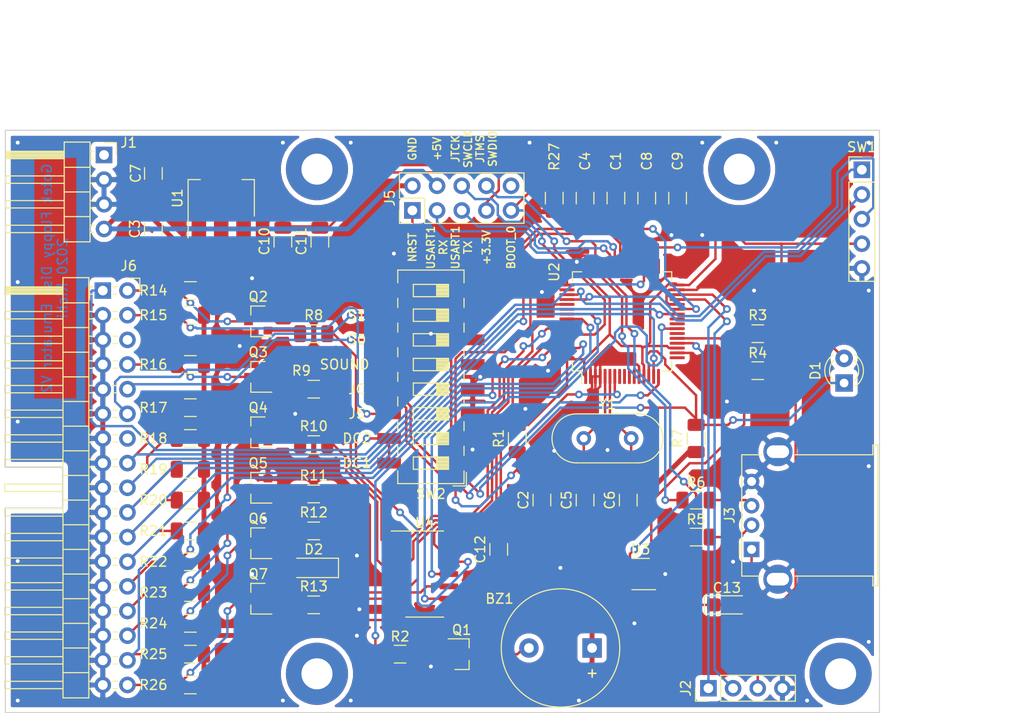
<source format=kicad_pcb>
(kicad_pcb (version 20171130) (host pcbnew "(5.1.5)-3")
  (title_block (title "Gotek Floppy Disk Emulator V2") (date 2020-10-28) (company Richi))
  (layers (0 F.Cu signal) (31 B.Cu signal) (34 B.Paste user) (35 F.Paste user) (36 B.SilkS user) (37 F.SilkS user) (38 B.Mask user) (39 F.Mask user) (44 Edge.Cuts user))
  (net 0 "")
  (net 1 "Net-(BZ1-Pad2)")
  (net 2 +5V)
  (net 3 GNDD)
  (net 4 +3V3)
  (net 5 NRST)
  (net 6 "Net-(C5-Pad1)")
  (net 7 "Net-(C6-Pad1)")
  (net 8 "Net-(C13-Pad1)")
  (net 9 "Net-(D1-Pad2)")
  (net 10 FPI5V_DSELn)
  (net 11 "Net-(D2-Pad2)")
  (net 12 "Net-(D2-Pad1)")
  (net 13 "Net-(J1-Pad1)")
  (net 14 "Net-(J2-Pad2)")
  (net 15 "Net-(J2-Pad1)")
  (net 16 "Net-(J3-Pad3)")
  (net 17 "Net-(J3-Pad2)")
  (net 18 "Net-(J5-Pad10)")
  (net 19 BOOT_0)
  (net 20 JTMS-SWDIO)
  (net 21 JTCK-SWCLK)
  (net 22 USART1_TX)
  (net 23 USART1_RX)
  (net 24 "Net-(J6-Pad34)")
  (net 25 FPI5V_SIDEn)
  (net 26 "Net-(J6-Pad30)")
  (net 27 "Net-(J6-Pad28)")
  (net 28 "Net-(J6-Pad26)")
  (net 29 FPI5V_WGATEn)
  (net 30 FPI5V_WDATAn)
  (net 31 FPI5V_STEPn)
  (net 32 FPI5V_DIRn)
  (net 33 MOTOR_SIGNAL)
  (net 34 "Net-(J6-Pad14)")
  (net 35 "Net-(J6-Pad12)")
  (net 36 "Net-(J6-Pad10)")
  (net 37 "Net-(J6-Pad8)")
  (net 38 "Net-(J6-Pad6)")
  (net 39 "Net-(J6-Pad4)")
  (net 40 "Net-(J6-Pad2)")
  (net 41 "Net-(J6-Pad1)")
  (net 42 "Net-(Q1-Pad1)")
  (net 43 "Net-(Q2-Pad1)")
  (net 44 "Net-(Q3-Pad1)")
  (net 45 "Net-(Q4-Pad1)")
  (net 46 "Net-(Q5-Pad1)")
  (net 47 "Net-(Q7-Pad1)")
  (net 48 SOUND)
  (net 49 "Net-(R4-Pad1)")
  (net 50 "Net-(R5-Pad1)")
  (net 51 "Net-(R6-Pad1)")
  (net 52 "Net-(R8-Pad1)")
  (net 53 "Net-(R9-Pad1)")
  (net 54 "Net-(R10-Pad1)")
  (net 55 "Net-(R11-Pad1)")
  (net 56 "Net-(R13-Pad1)")
  (net 57 "Net-(SW1-Pad1)")
  (net 58 "Net-(SW1-Pad2)")
  (net 59 "Net-(SW1-Pad3)")
  (net 60 "Net-(SW2-Pad8)")
  (net 61 JUMPER_JC)
  (net 62 JUMPER_JB)
  (net 63 "Net-(SW2-Pad9)")
  (net 64 "Net-(U2-Pad8)")
  (net 65 "Net-(U2-Pad9)")
  (net 66 "Net-(U2-Pad10)")
  (net 67 "Net-(U2-Pad11)")
  (net 68 "Net-(U2-Pad17)")
  (net 69 "Net-(U2-Pad20)")
  (net 70 "Net-(U2-Pad22)")
  (net 71 FPO3V_RDDATAn)
  (net 72 "Net-(U2-Pad24)")
  (net 73 "Net-(U2-Pad25)")
  (net 74 "Net-(U2-Pad33)")
  (net 75 "Net-(U2-Pad34)")
  (net 76 "Net-(U2-Pad35)")
  (net 77 "Net-(U2-Pad38)")
  (net 78 "Net-(U2-Pad39)")
  (net 79 "Net-(U2-Pad40)")
  (net 80 "Net-(U2-Pad50)")
  (net 81 "Net-(U2-Pad54)")
  (net 82 FPO3V_READYn)
  (net 83 FPO3V_WPTn)
  (net 84 FPO3V_TRK00n)
  (net 85 FPO3V_DSKCHGn)
  (net 86 FPO3V_INDEXn)
  (module Gotek_Floppy_Disk_Emulator_V2:Buzzer_12x9.5RM6.5 (layer F.Cu) (at 142.325 109.22 180)
    (fp_text reference BZ1 (at 9.525 5.08) (layer F.SilkS))
    (fp_text value "5V Passive Buzzer 12mm")
    (fp_text user + (at -0.01 -2.54) (layer F.SilkS))
    (fp_text user + (at -0.01 -2.54) (layer F.SilkS))
    (pad 1 thru_hole rect (at 0 0 180) (size 2 2) (drill 1) (layers *.Cu *.Mask) (net 2 +5V))
    (pad 2 thru_hole circle (at 6.5 0 180) (size 2 2) (drill 1) (layers *.Cu *.Mask) (net 1 "Net-(BZ1-Pad2)"))
  )
  (module Gotek_Floppy_Disk_Emulator_V2:LQFP-64_10x10mm_P0.5mm (layer F.Cu) (at 145.415 75.565 90)
    (fp_text reference U2 (at 5.08 -6.985 90) (layer F.SilkS))
    (fp_text value STM32F105RBTx)
    (pad 1 smd roundrect (at -5.675 -3.75 90) (size 1.55 0.3) (layers F.Cu F.Paste F.Mask) (net 4 +3V3))
    (pad 2 smd roundrect (at -5.675 -3.25 90) (size 1.55 0.3) (layers F.Cu F.Paste F.Mask) (net 3 GNDD))
    (pad 3 smd roundrect (at -5.675 -2.75 90) (size 1.55 0.3) (layers F.Cu F.Paste F.Mask) (net 3 GNDD))
    (pad 4 smd roundrect (at -5.675 -2.25 90) (size 1.55 0.3) (layers F.Cu F.Paste F.Mask) (net 3 GNDD))
    (pad 5 smd roundrect (at -5.675 -1.75 90) (size 1.55 0.3) (layers F.Cu F.Paste F.Mask) (net 6 "Net-(C5-Pad1)"))
    (pad 6 smd roundrect (at -5.675 -1.25 90) (size 1.55 0.3) (layers F.Cu F.Paste F.Mask) (net 7 "Net-(C6-Pad1)"))
    (pad 7 smd roundrect (at -5.675 -0.75 90) (size 1.55 0.3) (layers F.Cu F.Paste F.Mask) (net 5 NRST))
    (pad 8 smd roundrect (at -5.675 -0.25 90) (size 1.55 0.3) (layers F.Cu F.Paste F.Mask) (net 64 "Net-(U2-Pad8)"))
    (pad 9 smd roundrect (at -5.675 0.25 90) (size 1.55 0.3) (layers F.Cu F.Paste F.Mask) (net 65 "Net-(U2-Pad9)"))
    (pad 10 smd roundrect (at -5.675 0.75 90) (size 1.55 0.3) (layers F.Cu F.Paste F.Mask) (net 66 "Net-(U2-Pad10)"))
    (pad 11 smd roundrect (at -5.675 1.25 90) (size 1.55 0.3) (layers F.Cu F.Paste F.Mask) (net 67 "Net-(U2-Pad11)"))
    (pad 12 smd roundrect (at -5.675 1.75 90) (size 1.55 0.3) (layers F.Cu F.Paste F.Mask) (net 3 GNDD))
    (pad 13 smd roundrect (at -5.675 2.25 90) (size 1.55 0.3) (layers F.Cu F.Paste F.Mask) (net 4 +3V3))
    (pad 14 smd roundrect (at -5.675 2.75 90) (size 1.55 0.3) (layers F.Cu F.Paste F.Mask) (net 10 FPI5V_DSELn))
    (pad 15 smd roundrect (at -5.675 3.25 90) (size 1.55 0.3) (layers F.Cu F.Paste F.Mask) (net 31 FPI5V_STEPn))
    (pad 16 smd roundrect (at -5.675 3.75 90) (size 1.55 0.3) (layers F.Cu F.Paste F.Mask) (net 62 JUMPER_JB))
    (pad 17 smd roundrect (at -3.75 5.675 90) (size 0.3 1.55) (layers F.Cu F.Paste F.Mask) (net 68 "Net-(U2-Pad17)"))
    (pad 18 smd roundrect (at -3.25 5.675 90) (size 0.3 1.55) (layers F.Cu F.Paste F.Mask) (net 3 GNDD))
    (pad 19 smd roundrect (at -2.75 5.675 90) (size 0.3 1.55) (layers F.Cu F.Paste F.Mask) (net 4 +3V3))
    (pad 20 smd roundrect (at -2.25 5.675 90) (size 0.3 1.55) (layers F.Cu F.Paste F.Mask) (net 69 "Net-(U2-Pad20)"))
    (pad 21 smd roundrect (at -1.75 5.675 90) (size 0.3 1.55) (layers F.Cu F.Paste F.Mask) (net 49 "Net-(R4-Pad1)"))
    (pad 22 smd roundrect (at -1.25 5.675 90) (size 0.3 1.55) (layers F.Cu F.Paste F.Mask) (net 70 "Net-(U2-Pad22)"))
    (pad 23 smd roundrect (at -0.75 5.675 90) (size 0.3 1.55) (layers F.Cu F.Paste F.Mask) (net 71 FPO3V_RDDATAn))
    (pad 24 smd roundrect (at -0.25 5.675 90) (size 0.3 1.55) (layers F.Cu F.Paste F.Mask) (net 72 "Net-(U2-Pad24)"))
    (pad 25 smd roundrect (at 0.25 5.675 90) (size 0.3 1.55) (layers F.Cu F.Paste F.Mask) (net 73 "Net-(U2-Pad25)"))
    (pad 26 smd roundrect (at 0.75 5.675 90) (size 0.3 1.55) (layers F.Cu F.Paste F.Mask) (net 32 FPI5V_DIRn))
    (pad 27 smd roundrect (at 1.25 5.675 90) (size 0.3 1.55) (layers F.Cu F.Paste F.Mask) (net 61 JUMPER_JC))
    (pad 28 smd roundrect (at 1.75 5.675 90) (size 0.3 1.55) (layers F.Cu F.Paste F.Mask) (net 3 GNDD))
    (pad 29 smd roundrect (at 2.25 5.675 90) (size 0.3 1.55) (layers F.Cu F.Paste F.Mask) (net 14 "Net-(J2-Pad2)"))
    (pad 30 smd roundrect (at 2.75 5.675 90) (size 0.3 1.55) (layers F.Cu F.Paste F.Mask) (net 15 "Net-(J2-Pad1)"))
    (pad 31 smd roundrect (at 3.25 5.675 90) (size 0.3 1.55) (layers F.Cu F.Paste F.Mask) (net 3 GNDD))
    (pad 32 smd roundrect (at 3.75 5.675 90) (size 0.3 1.55) (layers F.Cu F.Paste F.Mask) (net 4 +3V3))
    (pad 33 smd roundrect (at 5.675 3.75 90) (size 1.55 0.3) (layers F.Cu F.Paste F.Mask) (net 74 "Net-(U2-Pad33)"))
    (pad 34 smd roundrect (at 5.675 3.25 90) (size 1.55 0.3) (layers F.Cu F.Paste F.Mask) (net 75 "Net-(U2-Pad34)"))
    (pad 35 smd roundrect (at 5.675 2.75 90) (size 1.55 0.3) (layers F.Cu F.Paste F.Mask) (net 76 "Net-(U2-Pad35)"))
    (pad 36 smd roundrect (at 5.675 2.25 90) (size 1.55 0.3) (layers F.Cu F.Paste F.Mask) (net 33 MOTOR_SIGNAL))
    (pad 37 smd roundrect (at 5.675 1.75 90) (size 1.55 0.3) (layers F.Cu F.Paste F.Mask) (net 59 "Net-(SW1-Pad3)"))
    (pad 38 smd roundrect (at 5.675 1.25 90) (size 1.55 0.3) (layers F.Cu F.Paste F.Mask) (net 77 "Net-(U2-Pad38)"))
    (pad 39 smd roundrect (at 5.675 0.75 90) (size 1.55 0.3) (layers F.Cu F.Paste F.Mask) (net 78 "Net-(U2-Pad39)"))
    (pad 40 smd roundrect (at 5.675 0.25 90) (size 1.55 0.3) (layers F.Cu F.Paste F.Mask) (net 79 "Net-(U2-Pad40)"))
    (pad 41 smd roundrect (at 5.675 -0.25 90) (size 1.55 0.3) (layers F.Cu F.Paste F.Mask) (net 30 FPI5V_WDATAn))
    (pad 42 smd roundrect (at 5.675 -0.75 90) (size 1.55 0.3) (layers F.Cu F.Paste F.Mask) (net 22 USART1_TX))
    (pad 43 smd roundrect (at 5.675 -1.25 90) (size 1.55 0.3) (layers F.Cu F.Paste F.Mask) (net 23 USART1_RX))
    (pad 44 smd roundrect (at 5.675 -1.75 90) (size 1.55 0.3) (layers F.Cu F.Paste F.Mask) (net 50 "Net-(R5-Pad1)"))
    (pad 45 smd roundrect (at 5.675 -2.25 90) (size 1.55 0.3) (layers F.Cu F.Paste F.Mask) (net 51 "Net-(R6-Pad1)"))
    (pad 46 smd roundrect (at 5.675 -2.75 90) (size 1.55 0.3) (layers F.Cu F.Paste F.Mask) (net 20 JTMS-SWDIO))
    (pad 47 smd roundrect (at 5.675 -3.25 90) (size 1.55 0.3) (layers F.Cu F.Paste F.Mask) (net 3 GNDD))
    (pad 48 smd roundrect (at 5.675 -3.75 90) (size 1.55 0.3) (layers F.Cu F.Paste F.Mask) (net 4 +3V3))
    (pad 49 smd roundrect (at 3.75 -5.675 90) (size 0.3 1.55) (layers F.Cu F.Paste F.Mask) (net 21 JTCK-SWCLK))
    (pad 50 smd roundrect (at 3.25 -5.675 90) (size 0.3 1.55) (layers F.Cu F.Paste F.Mask) (net 80 "Net-(U2-Pad50)"))
    (pad 51 smd roundrect (at 2.75 -5.675 90) (size 0.3 1.55) (layers F.Cu F.Paste F.Mask) (net 58 "Net-(SW1-Pad2)"))
    (pad 52 smd roundrect (at 2.25 -5.675 90) (size 0.3 1.55) (layers F.Cu F.Paste F.Mask) (net 57 "Net-(SW1-Pad1)"))
    (pad 53 smd roundrect (at 1.75 -5.675 90) (size 0.3 1.55) (layers F.Cu F.Paste F.Mask) (net 3 GNDD))
    (pad 54 smd roundrect (at 1.25 -5.675 90) (size 0.3 1.55) (layers F.Cu F.Paste F.Mask) (net 81 "Net-(U2-Pad54)"))
    (pad 55 smd roundrect (at 0.75 -5.675 90) (size 0.3 1.55) (layers F.Cu F.Paste F.Mask) (net 82 FPO3V_READYn))
    (pad 56 smd roundrect (at 0.25 -5.675 90) (size 0.3 1.55) (layers F.Cu F.Paste F.Mask) (net 25 FPI5V_SIDEn))
    (pad 57 smd roundrect (at -0.25 -5.675 90) (size 0.3 1.55) (layers F.Cu F.Paste F.Mask) (net 83 FPO3V_WPTn))
    (pad 58 smd roundrect (at -0.75 -5.675 90) (size 0.3 1.55) (layers F.Cu F.Paste F.Mask) (net 84 FPO3V_TRK00n))
    (pad 59 smd roundrect (at -1.25 -5.675 90) (size 0.3 1.55) (layers F.Cu F.Paste F.Mask) (net 85 FPO3V_DSKCHGn))
    (pad 60 smd roundrect (at -1.75 -5.675 90) (size 0.3 1.55) (layers F.Cu F.Paste F.Mask) (net 19 BOOT_0))
    (pad 61 smd roundrect (at -2.25 -5.675 90) (size 0.3 1.55) (layers F.Cu F.Paste F.Mask) (net 86 FPO3V_INDEXn))
    (pad 62 smd roundrect (at -2.75 -5.675 90) (size 0.3 1.55) (layers F.Cu F.Paste F.Mask) (net 29 FPI5V_WGATEn))
    (pad 63 smd roundrect (at -3.25 -5.675 90) (size 0.3 1.55) (layers F.Cu F.Paste F.Mask) (net 3 GNDD))
    (pad 64 smd roundrect (at -3.75 -5.675 90) (size 0.3 1.55) (layers F.Cu F.Paste F.Mask) (net 4 +3V3))
  )
  (module Gotek_Floppy_Disk_Emulator_V2:MountingHole_3.2mm_M3_Pad (layer F.Cu) (at 114 59.88)
    (fp_text reference REF** hide)
    (fp_text value MountingHole_3.2mm_M3_Pad)
    (pad 1 thru_hole circle (at 0 0) (size 6.4 6.4) (drill 3.2) (layers *.Cu *.Mask))
  )
  (module Gotek_Floppy_Disk_Emulator_V2:MountingHole_3.2mm_M3_Pad (layer F.Cu) (at 157.48 59.88)
    (fp_text reference REF** hide)
    (fp_text value MountingHole_3.2mm_M3_Pad)
    (pad 1 thru_hole circle (at 0 0) (size 6.4 6.4) (drill 3.2) (layers *.Cu *.Mask))
  )
  (module Gotek_Floppy_Disk_Emulator_V2:MountingHole_3.2mm_M3_Pad (layer F.Cu) (at 167.915 111.88)
    (fp_text reference REF** hide)
    (fp_text value MountingHole_3.2mm_M3_Pad)
    (pad 1 thru_hole circle (at 0 0) (size 6.4 6.4) (drill 3.2) (layers *.Cu *.Mask))
  )
  (module Gotek_Floppy_Disk_Emulator_V2:MountingHole_3.2mm_M3_Pad (layer F.Cu) (at 114 111.88)
    (fp_text reference REF** hide)
    (fp_text value MountingHole_3.2mm_M3_Pad)
    (pad 1 thru_hole circle (at 0 0) (size 6.4 6.4) (drill 3.2) (layers *.Cu *.Mask))
  )
  (module Gotek_Floppy_Disk_Emulator_V2:PinHeader_2x17_P2.54mm_Horizontal (layer F.Cu) (at 88.9 72.39)
    (fp_text reference J6 (at 5.715 -2.54 180) (layer F.SilkS))
    (fp_text value "Floppy Data Connector")
    (pad 33 thru_hole oval (at 3.048 40.64) (size 1.7 1.7) (drill 1) (layers *.Cu *.Mask) (net 3 GNDD))
    (pad 34 thru_hole oval (at 5.588 40.64) (size 1.7 1.7) (drill 1) (layers *.Cu *.Mask) (net 24 "Net-(J6-Pad34)"))
    (pad 31 thru_hole oval (at 3.048 38.1) (size 1.7 1.7) (drill 1) (layers *.Cu *.Mask) (net 3 GNDD))
    (pad 32 thru_hole oval (at 5.588 38.1) (size 1.7 1.7) (drill 1) (layers *.Cu *.Mask) (net 25 FPI5V_SIDEn))
    (pad 29 thru_hole oval (at 3.048 35.56) (size 1.7 1.7) (drill 1) (layers *.Cu *.Mask) (net 3 GNDD))
    (pad 30 thru_hole oval (at 5.588 35.56) (size 1.7 1.7) (drill 1) (layers *.Cu *.Mask) (net 26 "Net-(J6-Pad30)"))
    (pad 27 thru_hole oval (at 3.048 33.02) (size 1.7 1.7) (drill 1) (layers *.Cu *.Mask) (net 3 GNDD))
    (pad 28 thru_hole oval (at 5.588 33.02) (size 1.7 1.7) (drill 1) (layers *.Cu *.Mask) (net 27 "Net-(J6-Pad28)"))
    (pad 25 thru_hole oval (at 3.048 30.48) (size 1.7 1.7) (drill 1) (layers *.Cu *.Mask) (net 3 GNDD))
    (pad 26 thru_hole oval (at 5.588 30.48) (size 1.7 1.7) (drill 1) (layers *.Cu *.Mask) (net 28 "Net-(J6-Pad26)"))
    (pad 23 thru_hole oval (at 3.048 27.94) (size 1.7 1.7) (drill 1) (layers *.Cu *.Mask) (net 3 GNDD))
    (pad 24 thru_hole oval (at 5.588 27.94) (size 1.7 1.7) (drill 1) (layers *.Cu *.Mask) (net 29 FPI5V_WGATEn))
    (pad 21 thru_hole oval (at 3.048 25.4) (size 1.7 1.7) (drill 1) (layers *.Cu *.Mask) (net 3 GNDD))
    (pad 22 thru_hole oval (at 5.588 25.4) (size 1.7 1.7) (drill 1) (layers *.Cu *.Mask) (net 30 FPI5V_WDATAn))
    (pad 19 thru_hole oval (at 3.048 22.86) (size 1.7 1.7) (drill 1) (layers *.Cu *.Mask) (net 3 GNDD))
    (pad 20 thru_hole oval (at 5.588 22.86) (size 1.7 1.7) (drill 1) (layers *.Cu *.Mask) (net 31 FPI5V_STEPn))
    (pad 17 thru_hole oval (at 3.048 20.32) (size 1.7 1.7) (drill 1) (layers *.Cu *.Mask) (net 3 GNDD))
    (pad 18 thru_hole oval (at 5.588 20.32) (size 1.7 1.7) (drill 1) (layers *.Cu *.Mask) (net 32 FPI5V_DIRn))
    (pad 15 thru_hole oval (at 3.048 17.78) (size 1.7 1.7) (drill 1) (layers *.Cu *.Mask) (net 3 GNDD))
    (pad 16 thru_hole oval (at 5.588 17.78) (size 1.7 1.7) (drill 1) (layers *.Cu *.Mask) (net 33 MOTOR_SIGNAL))
    (pad 13 thru_hole oval (at 3.048 15.24) (size 1.7 1.7) (drill 1) (layers *.Cu *.Mask) (net 3 GNDD))
    (pad 14 thru_hole oval (at 5.588 15.24) (size 1.7 1.7) (drill 1) (layers *.Cu *.Mask) (net 34 "Net-(J6-Pad14)"))
    (pad 11 thru_hole oval (at 3.048 12.7) (size 1.7 1.7) (drill 1) (layers *.Cu *.Mask) (net 3 GNDD))
    (pad 12 thru_hole oval (at 5.588 12.7) (size 1.7 1.7) (drill 1) (layers *.Cu *.Mask) (net 35 "Net-(J6-Pad12)"))
    (pad 9 thru_hole oval (at 3.048 10.16) (size 1.7 1.7) (drill 1) (layers *.Cu *.Mask) (net 3 GNDD))
    (pad 10 thru_hole oval (at 5.588 10.16) (size 1.7 1.7) (drill 1) (layers *.Cu *.Mask) (net 36 "Net-(J6-Pad10)"))
    (pad 7 thru_hole oval (at 3.048 7.62) (size 1.7 1.7) (drill 1) (layers *.Cu *.Mask) (net 3 GNDD))
    (pad 8 thru_hole oval (at 5.588 7.62) (size 1.7 1.7) (drill 1) (layers *.Cu *.Mask) (net 37 "Net-(J6-Pad8)"))
    (pad 5 thru_hole oval (at 3.048 5.08) (size 1.7 1.7) (drill 1) (layers *.Cu *.Mask) (net 3 GNDD))
    (pad 6 thru_hole oval (at 5.588 5.08) (size 1.7 1.7) (drill 1) (layers *.Cu *.Mask) (net 38 "Net-(J6-Pad6)"))
    (pad 3 thru_hole oval (at 3.048 2.54) (size 1.7 1.7) (drill 1) (layers *.Cu *.Mask) (net 3 GNDD))
    (pad 4 thru_hole oval (at 5.588 2.54) (size 1.7 1.7) (drill 1) (layers *.Cu *.Mask) (net 39 "Net-(J6-Pad4)"))
    (pad 1 thru_hole rect (at 3.048 0) (size 1.7 1.7) (drill 1) (layers *.Cu *.Mask) (net 41 "Net-(J6-Pad1)"))
    (pad 2 thru_hole circle (at 5.588 0) (size 1.7 1.7) (drill 1) (layers *.Cu *.Mask) (net 40 "Net-(J6-Pad2)"))
  )
  (module Gotek_Floppy_Disk_Emulator_V2:PinHeader_1x04_P2.54mm_Horizontal (layer F.Cu) (at 92.075 58.42)
    (fp_text reference J1 (at 2.54 -1.27 180) (layer F.SilkS))
    (fp_text value "Power Connector")
    (pad 4 thru_hole oval (at 0 7.62) (size 1.7 1.7) (drill 1) (layers *.Cu *.Mask) (net 2 +5V))
    (pad 3 thru_hole oval (at 0 5.08) (size 1.7 1.7) (drill 1) (layers *.Cu *.Mask) (net 3 GNDD))
    (pad 2 thru_hole oval (at 0 2.54) (size 1.7 1.7) (drill 1) (layers *.Cu *.Mask) (net 3 GNDD))
    (pad 1 thru_hole rect (at 0 0) (size 1.7 1.7) (drill 1) (layers *.Cu *.Mask) (net 13 "Net-(J1-Pad1)"))
  )
  (module Gotek_Floppy_Disk_Emulator_V2:OLED_Display_0.91_Module (layer F.Cu) (at 154.305 113.365 90)
    (fp_text reference J2 (at 0 -2.33 90) (layer F.SilkS))
    (fp_text value "OLED Display 0.91\" Module")
    (pad 1 thru_hole rect (at 0 0 90) (size 1.7 1.7) (drill 1) (layers *.Cu *.Mask) (net 15 "Net-(J2-Pad1)"))
    (pad 2 thru_hole oval (at 0 2.54 90) (size 1.7 1.7) (drill 1) (layers *.Cu *.Mask) (net 14 "Net-(J2-Pad2)"))
    (pad 3 thru_hole oval (at 0 5.08 90) (size 1.7 1.7) (drill 1) (layers *.Cu *.Mask) (net 4 +3V3))
    (pad 4 thru_hole oval (at 0 7.62 90) (size 1.7 1.7) (drill 1) (layers *.Cu *.Mask) (net 3 GNDD))
  )
  (module Gotek_Floppy_Disk_Emulator_V2:C_1206_3216Metric (layer F.Cu) (at 144.78 62.865 270)
    (fp_text reference C1 (at -3.81 0 90) (layer F.SilkS))
    (fp_text value 100nF)
    (pad 2 smd roundrect (at 1.4 0 270) (size 1.25 1.75) (layers F.Cu F.Paste F.Mask) (roundrect_rratio 0.2) (net 3 GNDD))
    (pad 1 smd roundrect (at -1.4 0 270) (size 1.25 1.75) (layers F.Cu F.Paste F.Mask) (roundrect_rratio 0.2) (net 4 +3V3))
  )
  (module Gotek_Floppy_Disk_Emulator_V2:C_1206_3216Metric (layer F.Cu) (at 137.16 93.98 270)
    (fp_text reference C2 (at 0 1.905 90) (layer F.SilkS))
    (fp_text value 100nF)
    (pad 1 smd roundrect (at -1.4 0 270) (size 1.25 1.75) (layers F.Cu F.Paste F.Mask) (roundrect_rratio 0.2) (net 5 NRST))
    (pad 2 smd roundrect (at 1.4 0 270) (size 1.25 1.75) (layers F.Cu F.Paste F.Mask) (roundrect_rratio 0.2) (net 3 GNDD))
  )
  (module Gotek_Floppy_Disk_Emulator_V2:C_1206_3216Metric (layer F.Cu) (at 97.155 66.04 270)
    (fp_text reference C3 (at 0 1.905 90) (layer F.SilkS))
    (fp_text value 10uF)
    (pad 1 smd roundrect (at -1.4 0 270) (size 1.25 1.75) (layers F.Cu F.Paste F.Mask) (roundrect_rratio 0.2) (net 2 +5V))
    (pad 2 smd roundrect (at 1.4 0 270) (size 1.25 1.75) (layers F.Cu F.Paste F.Mask) (roundrect_rratio 0.2) (net 3 GNDD))
  )
  (module Gotek_Floppy_Disk_Emulator_V2:C_1206_3216Metric (layer F.Cu) (at 141.605 62.865 270)
    (fp_text reference C4 (at -3.81 0 90) (layer F.SilkS))
    (fp_text value 100nF)
    (pad 1 smd roundrect (at -1.4 0 270) (size 1.25 1.75) (layers F.Cu F.Paste F.Mask) (roundrect_rratio 0.2) (net 4 +3V3))
    (pad 2 smd roundrect (at 1.4 0 270) (size 1.25 1.75) (layers F.Cu F.Paste F.Mask) (roundrect_rratio 0.2) (net 3 GNDD))
  )
  (module Gotek_Floppy_Disk_Emulator_V2:C_1206_3216Metric (layer F.Cu) (at 141.605 93.98 270)
    (fp_text reference C5 (at 0 1.905 90) (layer F.SilkS))
    (fp_text value 22pF)
    (pad 2 smd roundrect (at 1.4 0 270) (size 1.25 1.75) (layers F.Cu F.Paste F.Mask) (roundrect_rratio 0.2) (net 3 GNDD))
    (pad 1 smd roundrect (at -1.4 0 270) (size 1.25 1.75) (layers F.Cu F.Paste F.Mask) (roundrect_rratio 0.2) (net 6 "Net-(C5-Pad1)"))
  )
  (module Gotek_Floppy_Disk_Emulator_V2:C_1206_3216Metric (layer F.Cu) (at 146.05 93.98 270)
    (fp_text reference C6 (at 0 1.905 90) (layer F.SilkS))
    (fp_text value 22pF)
    (pad 1 smd roundrect (at -1.4 0 270) (size 1.25 1.75) (layers F.Cu F.Paste F.Mask) (roundrect_rratio 0.2) (net 7 "Net-(C6-Pad1)"))
    (pad 2 smd roundrect (at 1.4 0 270) (size 1.25 1.75) (layers F.Cu F.Paste F.Mask) (roundrect_rratio 0.2) (net 3 GNDD))
  )
  (module Gotek_Floppy_Disk_Emulator_V2:C_1206_3216Metric (layer F.Cu) (at 97.155 60.325 90)
    (fp_text reference C7 (at 0 -1.82 90) (layer F.SilkS))
    (fp_text value 100nF)
    (pad 2 smd roundrect (at 1.4 0 90) (size 1.25 1.75) (layers F.Cu F.Paste F.Mask) (roundrect_rratio 0.2) (net 3 GNDD))
    (pad 1 smd roundrect (at -1.4 0 90) (size 1.25 1.75) (layers F.Cu F.Paste F.Mask) (roundrect_rratio 0.2) (net 2 +5V))
  )
  (module Gotek_Floppy_Disk_Emulator_V2:C_1206_3216Metric (layer F.Cu) (at 147.955 62.865 270)
    (fp_text reference C8 (at -3.81 0 90) (layer F.SilkS))
    (fp_text value 100nF)
    (pad 2 smd roundrect (at 1.4 0 270) (size 1.25 1.75) (layers F.Cu F.Paste F.Mask) (roundrect_rratio 0.2) (net 3 GNDD))
    (pad 1 smd roundrect (at -1.4 0 270) (size 1.25 1.75) (layers F.Cu F.Paste F.Mask) (roundrect_rratio 0.2) (net 4 +3V3))
  )
  (module Gotek_Floppy_Disk_Emulator_V2:C_1206_3216Metric (layer F.Cu) (at 151.13 62.865 270)
    (fp_text reference C9 (at -3.81 0 90) (layer F.SilkS))
    (fp_text value 100nF)
    (pad 1 smd roundrect (at -1.4 0 270) (size 1.25 1.75) (layers F.Cu F.Paste F.Mask) (roundrect_rratio 0.2) (net 4 +3V3))
    (pad 2 smd roundrect (at 1.4 0 270) (size 1.25 1.75) (layers F.Cu F.Paste F.Mask) (roundrect_rratio 0.2) (net 3 GNDD))
  )
  (module Gotek_Floppy_Disk_Emulator_V2:C_1206_3216Metric (layer F.Cu) (at 110.49 67.31 270)
    (fp_text reference C10 (at 0 1.905 90) (layer F.SilkS))
    (fp_text value 100nF)
    (pad 1 smd roundrect (at -1.4 0 270) (size 1.25 1.75) (layers F.Cu F.Paste F.Mask) (roundrect_rratio 0.2) (net 4 +3V3))
    (pad 2 smd roundrect (at 1.4 0 270) (size 1.25 1.75) (layers F.Cu F.Paste F.Mask) (roundrect_rratio 0.2) (net 3 GNDD))
  )
  (module Gotek_Floppy_Disk_Emulator_V2:C_1206_3216Metric (layer F.Cu) (at 114.3 67.31 270)
    (fp_text reference C11 (at 0 1.905 90) (layer F.SilkS))
    (fp_text value 10uF)
    (pad 1 smd roundrect (at -1.4 0 270) (size 1.25 1.75) (layers F.Cu F.Paste F.Mask) (roundrect_rratio 0.2) (net 4 +3V3))
    (pad 2 smd roundrect (at 1.4 0 270) (size 1.25 1.75) (layers F.Cu F.Paste F.Mask) (roundrect_rratio 0.2) (net 3 GNDD))
  )
  (module Gotek_Floppy_Disk_Emulator_V2:C_1206_3216Metric (layer F.Cu) (at 132.715 99.06 270)
    (fp_text reference C12 (at 0 1.905 90) (layer F.SilkS))
    (fp_text value 100nF)
    (pad 2 smd roundrect (at 1.4 0 270) (size 1.25 1.75) (layers F.Cu F.Paste F.Mask) (roundrect_rratio 0.2) (net 3 GNDD))
    (pad 1 smd roundrect (at -1.4 0 270) (size 1.25 1.75) (layers F.Cu F.Paste F.Mask) (roundrect_rratio 0.2) (net 2 +5V))
  )
  (module Gotek_Floppy_Disk_Emulator_V2:CP_EIA-3216-18_Kemet-A (layer F.Cu) (at 156.21 104.775)
    (fp_text reference C13 (at 0 -1.75) (layer F.SilkS))
    (fp_text value 4.7uF/16V)
    (pad 2 smd roundrect (at 1.35 0) (size 1.4 1.35) (layers F.Cu F.Paste F.Mask) (roundrect_rratio 0.185185) (net 3 GNDD))
    (pad 1 smd roundrect (at -1.35 0) (size 1.4 1.35) (layers F.Cu F.Paste F.Mask) (roundrect_rratio 0.185185) (net 8 "Net-(C13-Pad1)"))
  )
  (module Gotek_Floppy_Disk_Emulator_V2:D_MiniMELF (layer F.Cu) (at 113.665 100.965 180)
    (fp_text reference D2 (at 0 1.905) (layer F.SilkS))
    (fp_text value 1N4148)
    (pad 2 smd rect (at 1.75 0 180) (size 1.3 1.7) (layers F.Cu F.Paste F.Mask) (net 11 "Net-(D2-Pad2)"))
    (pad 1 smd rect (at -1.75 0 180) (size 1.3 1.7) (layers F.Cu F.Paste F.Mask) (net 12 "Net-(D2-Pad1)"))
  )
  (module Gotek_Floppy_Disk_Emulator_V2:USB_A_Stewart_SS-52100-001_Horizontal (layer F.Cu) (at 158.75 99.06 90)
    (fp_text reference J3 (at 3.5 -2.26 90) (layer F.SilkS))
    (fp_text value USB_A)
    (pad 4 thru_hole circle (at 7 0 90) (size 1.6 1.6) (drill 0.92) (layers *.Cu *.Mask) (net 3 GNDD))
    (pad 3 thru_hole circle (at 4.5 0 90) (size 1.6 1.6) (drill 0.92) (layers *.Cu *.Mask) (net 16 "Net-(J3-Pad3)"))
    (pad 2 thru_hole circle (at 2.5 0 90) (size 1.6 1.6) (drill 0.92) (layers *.Cu *.Mask) (net 17 "Net-(J3-Pad2)"))
    (pad 1 thru_hole rect (at 0 0 90) (size 1.6 1.6) (drill 0.92) (layers *.Cu *.Mask) (net 8 "Net-(C13-Pad1)"))
    (pad 5 thru_hole circle (at -3.07 2.71 90) (size 3 3) (drill oval 1.3 2.3) (layers *.Cu *.Mask) (net 3 GNDD))
    (pad 5 thru_hole circle (at 10.07 2.71 90) (size 3 3) (drill oval 1.3 2.3) (layers *.Cu *.Mask) (net 3 GNDD))
  )
  (module Gotek_Floppy_Disk_Emulator_V2:PinHeader_2x05_P2.54mm_Vertical (layer F.Cu) (at 123.825 64.135 90)
    (fp_text reference J5 (at 1.27 -2.33 90) (layer F.SilkS))
    (fp_text value "Programming Connector")
    (pad 10 thru_hole oval (at 2.54 10.16 90) (size 1.7 1.7) (drill 1) (layers *.Cu *.Mask) (net 18 "Net-(J5-Pad10)"))
    (pad 9 thru_hole oval (at 0 10.16 90) (size 1.7 1.7) (drill 1) (layers *.Cu *.Mask) (net 19 BOOT_0))
    (pad 8 thru_hole oval (at 2.54 7.62 90) (size 1.7 1.7) (drill 1) (layers *.Cu *.Mask) (net 20 JTMS-SWDIO))
    (pad 7 thru_hole oval (at 0 7.62 90) (size 1.7 1.7) (drill 1) (layers *.Cu *.Mask) (net 4 +3V3))
    (pad 6 thru_hole oval (at 2.54 5.08 90) (size 1.7 1.7) (drill 1) (layers *.Cu *.Mask) (net 21 JTCK-SWCLK))
    (pad 5 thru_hole oval (at 0 5.08 90) (size 1.7 1.7) (drill 1) (layers *.Cu *.Mask) (net 22 USART1_TX))
    (pad 4 thru_hole oval (at 2.54 2.54 90) (size 1.7 1.7) (drill 1) (layers *.Cu *.Mask) (net 2 +5V))
    (pad 3 thru_hole oval (at 0 2.54 90) (size 1.7 1.7) (drill 1) (layers *.Cu *.Mask) (net 23 USART1_RX))
    (pad 2 thru_hole oval (at 2.54 0 90) (size 1.7 1.7) (drill 1) (layers *.Cu *.Mask) (net 3 GNDD))
    (pad 1 thru_hole rect (at 0 0 90) (size 1.7 1.7) (drill 1) (layers *.Cu *.Mask) (net 5 NRST))
  )
  (module Gotek_Floppy_Disk_Emulator_V2:SOT-23 (layer F.Cu) (at 128.905 109.855)
    (fp_text reference Q1 (at 0 -2.5) (layer F.SilkS))
    (fp_text value MMBT2222)
    (pad 3 smd rect (at 1 0) (size 0.9 0.8) (layers F.Cu F.Paste F.Mask) (net 1 "Net-(BZ1-Pad2)"))
    (pad 2 smd rect (at -1 0.95) (size 0.9 0.8) (layers F.Cu F.Paste F.Mask) (net 3 GNDD))
    (pad 1 smd rect (at -1 -0.95) (size 0.9 0.8) (layers F.Cu F.Paste F.Mask) (net 42 "Net-(Q1-Pad1)"))
  )
  (module Gotek_Floppy_Disk_Emulator_V2:SOT-23 (layer F.Cu) (at 107.95 75.565 180)
    (fp_text reference Q2 (at 0 2.54) (layer F.SilkS))
    (fp_text value BSS123)
    (pad 3 smd rect (at 1 0 180) (size 0.9 0.8) (layers F.Cu F.Paste F.Mask) (net 40 "Net-(J6-Pad2)"))
    (pad 2 smd rect (at -1 0.95 180) (size 0.9 0.8) (layers F.Cu F.Paste F.Mask) (net 3 GNDD))
    (pad 1 smd rect (at -1 -0.95 180) (size 0.9 0.8) (layers F.Cu F.Paste F.Mask) (net 43 "Net-(Q2-Pad1)"))
  )
  (module Gotek_Floppy_Disk_Emulator_V2:SOT-23 (layer F.Cu) (at 107.95 81.28 180)
    (fp_text reference Q3 (at 0 2.54) (layer F.SilkS))
    (fp_text value BSS123)
    (pad 1 smd rect (at -1 -0.95 180) (size 0.9 0.8) (layers F.Cu F.Paste F.Mask) (net 44 "Net-(Q3-Pad1)"))
    (pad 2 smd rect (at -1 0.95 180) (size 0.9 0.8) (layers F.Cu F.Paste F.Mask) (net 3 GNDD))
    (pad 3 smd rect (at 1 0 180) (size 0.9 0.8) (layers F.Cu F.Paste F.Mask) (net 37 "Net-(J6-Pad8)"))
  )
  (module Gotek_Floppy_Disk_Emulator_V2:SOT-23 (layer F.Cu) (at 107.95 86.995 180)
    (fp_text reference Q4 (at 0 2.54) (layer F.SilkS))
    (fp_text value BSS123)
    (pad 3 smd rect (at 1 0 180) (size 0.9 0.8) (layers F.Cu F.Paste F.Mask) (net 28 "Net-(J6-Pad26)"))
    (pad 2 smd rect (at -1 0.95 180) (size 0.9 0.8) (layers F.Cu F.Paste F.Mask) (net 3 GNDD))
    (pad 1 smd rect (at -1 -0.95 180) (size 0.9 0.8) (layers F.Cu F.Paste F.Mask) (net 45 "Net-(Q4-Pad1)"))
  )
  (module Gotek_Floppy_Disk_Emulator_V2:SOT-23 (layer F.Cu) (at 107.95 92.71 180)
    (fp_text reference Q5 (at 0 2.54) (layer F.SilkS))
    (fp_text value BSS123)
    (pad 1 smd rect (at -1 -0.95 180) (size 0.9 0.8) (layers F.Cu F.Paste F.Mask) (net 46 "Net-(Q5-Pad1)"))
    (pad 2 smd rect (at -1 0.95 180) (size 0.9 0.8) (layers F.Cu F.Paste F.Mask) (net 3 GNDD))
    (pad 3 smd rect (at 1 0 180) (size 0.9 0.8) (layers F.Cu F.Paste F.Mask) (net 27 "Net-(J6-Pad28)"))
  )
  (module Gotek_Floppy_Disk_Emulator_V2:SOT-23 (layer F.Cu) (at 107.95 98.425 180)
    (fp_text reference Q6 (at 0 2.54) (layer F.SilkS))
    (fp_text value BSS123)
    (pad 3 smd rect (at 1 0 180) (size 0.9 0.8) (layers F.Cu F.Paste F.Mask) (net 26 "Net-(J6-Pad30)"))
    (pad 2 smd rect (at -1 0.95 180) (size 0.9 0.8) (layers F.Cu F.Paste F.Mask) (net 3 GNDD))
    (pad 1 smd rect (at -1 -0.95 180) (size 0.9 0.8) (layers F.Cu F.Paste F.Mask) (net 11 "Net-(D2-Pad2)"))
  )
  (module Gotek_Floppy_Disk_Emulator_V2:SOT-23 (layer F.Cu) (at 107.95 104.14 180)
    (fp_text reference Q7 (at 0 2.54) (layer F.SilkS))
    (fp_text value BSS123)
    (pad 1 smd rect (at -1 -0.95 180) (size 0.9 0.8) (layers F.Cu F.Paste F.Mask) (net 47 "Net-(Q7-Pad1)"))
    (pad 2 smd rect (at -1 0.95 180) (size 0.9 0.8) (layers F.Cu F.Paste F.Mask) (net 3 GNDD))
    (pad 3 smd rect (at 1 0 180) (size 0.9 0.8) (layers F.Cu F.Paste F.Mask) (net 24 "Net-(J6-Pad34)"))
  )
  (module Gotek_Floppy_Disk_Emulator_V2:R_1206_3216Metric (layer F.Cu) (at 134.62 87.63 270)
    (fp_text reference R1 (at 0 1.905 90) (layer F.SilkS))
    (fp_text value 4K7)
    (pad 1 smd roundrect (at -1.4 0 270) (size 1.25 1.75) (layers F.Cu F.Paste F.Mask) (roundrect_rratio 0.2) (net 4 +3V3))
    (pad 2 smd roundrect (at 1.4 0 270) (size 1.25 1.75) (layers F.Cu F.Paste F.Mask) (roundrect_rratio 0.2) (net 5 NRST))
  )
  (module Gotek_Floppy_Disk_Emulator_V2:R_1206_3216Metric (layer F.Cu) (at 122.555 109.855)
    (fp_text reference R2 (at 0 -1.82) (layer F.SilkS))
    (fp_text value 1K)
    (pad 1 smd roundrect (at -1.4 0) (size 1.25 1.75) (layers F.Cu F.Paste F.Mask) (roundrect_rratio 0.2) (net 48 SOUND))
    (pad 2 smd roundrect (at 1.4 0) (size 1.25 1.75) (layers F.Cu F.Paste F.Mask) (roundrect_rratio 0.2) (net 42 "Net-(Q1-Pad1)"))
  )
  (module Gotek_Floppy_Disk_Emulator_V2:R_1206_3216Metric (layer F.Cu) (at 159.385 76.835 180)
    (fp_text reference R3 (at 0 1.905) (layer F.SilkS))
    (fp_text value 1K)
    (pad 2 smd roundrect (at 1.4 0 180) (size 1.25 1.75) (layers F.Cu F.Paste F.Mask) (roundrect_rratio 0.2) (net 4 +3V3))
    (pad 1 smd roundrect (at -1.4 0 180) (size 1.25 1.75) (layers F.Cu F.Paste F.Mask) (roundrect_rratio 0.2) (net 9 "Net-(D1-Pad2)"))
  )
  (module Gotek_Floppy_Disk_Emulator_V2:R_1206_3216Metric (layer F.Cu) (at 159.385 80.645)
    (fp_text reference R4 (at 0 -1.82) (layer F.SilkS))
    (fp_text value 10K)
    (pad 2 smd roundrect (at 1.4 0) (size 1.25 1.75) (layers F.Cu F.Paste F.Mask) (roundrect_rratio 0.2) (net 4 +3V3))
    (pad 1 smd roundrect (at -1.4 0) (size 1.25 1.75) (layers F.Cu F.Paste F.Mask) (roundrect_rratio 0.2) (net 49 "Net-(R4-Pad1)"))
  )
  (module Gotek_Floppy_Disk_Emulator_V2:R_1206_3216Metric (layer F.Cu) (at 153.035 97.79)
    (fp_text reference R5 (at 0 -1.82) (layer F.SilkS))
    (fp_text value 22R)
    (pad 1 smd roundrect (at -1.4 0) (size 1.25 1.75) (layers F.Cu F.Paste F.Mask) (roundrect_rratio 0.2) (net 50 "Net-(R5-Pad1)"))
    (pad 2 smd roundrect (at 1.4 0) (size 1.25 1.75) (layers F.Cu F.Paste F.Mask) (roundrect_rratio 0.2) (net 17 "Net-(J3-Pad2)"))
  )
  (module Gotek_Floppy_Disk_Emulator_V2:R_1206_3216Metric (layer F.Cu) (at 153.035 93.98)
    (fp_text reference R6 (at 0 -1.82) (layer F.SilkS))
    (fp_text value 22R)
    (pad 2 smd roundrect (at 1.4 0) (size 1.25 1.75) (layers F.Cu F.Paste F.Mask) (roundrect_rratio 0.2) (net 16 "Net-(J3-Pad3)"))
    (pad 1 smd roundrect (at -1.4 0) (size 1.25 1.75) (layers F.Cu F.Paste F.Mask) (roundrect_rratio 0.2) (net 51 "Net-(R6-Pad1)"))
  )
  (module Gotek_Floppy_Disk_Emulator_V2:R_1206_3216Metric (layer F.Cu) (at 153.035 87.63 270)
    (fp_text reference R7 (at 0 1.905 90) (layer F.SilkS))
    (fp_text value 1K)
    (pad 1 smd roundrect (at -1.4 0 270) (size 1.25 1.75) (layers F.Cu F.Paste F.Mask) (roundrect_rratio 0.2) (net 10 FPI5V_DSELn))
    (pad 2 smd roundrect (at 1.4 0 270) (size 1.25 1.75) (layers F.Cu F.Paste F.Mask) (roundrect_rratio 0.2) (net 2 +5V))
  )
  (module Gotek_Floppy_Disk_Emulator_V2:R_1206_3216Metric (layer F.Cu) (at 113.665 76.835 180)
    (fp_text reference R8 (at 0 1.905) (layer F.SilkS))
    (fp_text value 1K)
    (pad 1 smd roundrect (at -1.4 0 180) (size 1.25 1.75) (layers F.Cu F.Paste F.Mask) (roundrect_rratio 0.2) (net 52 "Net-(R8-Pad1)"))
    (pad 2 smd roundrect (at 1.4 0 180) (size 1.25 1.75) (layers F.Cu F.Paste F.Mask) (roundrect_rratio 0.2) (net 43 "Net-(Q2-Pad1)"))
  )
  (module Gotek_Floppy_Disk_Emulator_V2:R_1206_3216Metric (layer F.Cu) (at 113.665 82.55 180)
    (fp_text reference R9 (at 1.27 1.905) (layer F.SilkS))
    (fp_text value 1K)
    (pad 2 smd roundrect (at 1.4 0 180) (size 1.25 1.75) (layers F.Cu F.Paste F.Mask) (roundrect_rratio 0.2) (net 44 "Net-(Q3-Pad1)"))
    (pad 1 smd roundrect (at -1.4 0 180) (size 1.25 1.75) (layers F.Cu F.Paste F.Mask) (roundrect_rratio 0.2) (net 53 "Net-(R9-Pad1)"))
  )
  (module Gotek_Floppy_Disk_Emulator_V2:R_1206_3216Metric (layer F.Cu) (at 113.665 88.265 180)
    (fp_text reference R10 (at 0 1.905) (layer F.SilkS))
    (fp_text value 1K)
    (pad 1 smd roundrect (at -1.4 0 180) (size 1.25 1.75) (layers F.Cu F.Paste F.Mask) (roundrect_rratio 0.2) (net 54 "Net-(R10-Pad1)"))
    (pad 2 smd roundrect (at 1.4 0 180) (size 1.25 1.75) (layers F.Cu F.Paste F.Mask) (roundrect_rratio 0.2) (net 45 "Net-(Q4-Pad1)"))
  )
  (module Gotek_Floppy_Disk_Emulator_V2:R_1206_3216Metric (layer F.Cu) (at 113.665 93.345 180)
    (fp_text reference R11 (at 0 1.905) (layer F.SilkS))
    (fp_text value 1K)
    (pad 2 smd roundrect (at 1.4 0 180) (size 1.25 1.75) (layers F.Cu F.Paste F.Mask) (roundrect_rratio 0.2) (net 46 "Net-(Q5-Pad1)"))
    (pad 1 smd roundrect (at -1.4 0 180) (size 1.25 1.75) (layers F.Cu F.Paste F.Mask) (roundrect_rratio 0.2) (net 55 "Net-(R11-Pad1)"))
  )
  (module Gotek_Floppy_Disk_Emulator_V2:R_1206_3216Metric (layer F.Cu) (at 113.665 97.155 180)
    (fp_text reference R12 (at 0 1.905) (layer F.SilkS))
    (fp_text value 1K)
    (pad 1 smd roundrect (at -1.4 0 180) (size 1.25 1.75) (layers F.Cu F.Paste F.Mask) (roundrect_rratio 0.2) (net 12 "Net-(D2-Pad1)"))
    (pad 2 smd roundrect (at 1.4 0 180) (size 1.25 1.75) (layers F.Cu F.Paste F.Mask) (roundrect_rratio 0.2) (net 11 "Net-(D2-Pad2)"))
  )
  (module Gotek_Floppy_Disk_Emulator_V2:R_1206_3216Metric (layer F.Cu) (at 113.665 104.775 180)
    (fp_text reference R13 (at 0 1.905) (layer F.SilkS))
    (fp_text value 1K)
    (pad 2 smd roundrect (at 1.4 0 180) (size 1.25 1.75) (layers F.Cu F.Paste F.Mask) (roundrect_rratio 0.2) (net 47 "Net-(Q7-Pad1)"))
    (pad 1 smd roundrect (at -1.4 0 180) (size 1.25 1.75) (layers F.Cu F.Paste F.Mask) (roundrect_rratio 0.2) (net 56 "Net-(R13-Pad1)"))
  )
  (module Gotek_Floppy_Disk_Emulator_V2:R_1206_3216Metric (layer F.Cu) (at 100.965 72.39)
    (fp_text reference R14 (at -3.81 0) (layer F.SilkS))
    (fp_text value 1K)
    (pad 1 smd roundrect (at -1.4 0) (size 1.25 1.75) (layers F.Cu F.Paste F.Mask) (roundrect_rratio 0.2) (net 40 "Net-(J6-Pad2)"))
    (pad 2 smd roundrect (at 1.4 0) (size 1.25 1.75) (layers F.Cu F.Paste F.Mask) (roundrect_rratio 0.2) (net 2 +5V))
  )
  (module Gotek_Floppy_Disk_Emulator_V2:R_1206_3216Metric (layer F.Cu) (at 100.965 74.93)
    (fp_text reference R15 (at -3.81 0) (layer F.SilkS))
    (fp_text value 1K)
    (pad 2 smd roundrect (at 1.4 0) (size 1.25 1.75) (layers F.Cu F.Paste F.Mask) (roundrect_rratio 0.2) (net 2 +5V))
    (pad 1 smd roundrect (at -1.4 0) (size 1.25 1.75) (layers F.Cu F.Paste F.Mask) (roundrect_rratio 0.2) (net 39 "Net-(J6-Pad4)"))
  )
  (module Gotek_Floppy_Disk_Emulator_V2:R_1206_3216Metric (layer F.Cu) (at 100.965 80.01)
    (fp_text reference R16 (at -3.81 0) (layer F.SilkS))
    (fp_text value 1K)
    (pad 2 smd roundrect (at 1.4 0) (size 1.25 1.75) (layers F.Cu F.Paste F.Mask) (roundrect_rratio 0.2) (net 2 +5V))
    (pad 1 smd roundrect (at -1.4 0) (size 1.25 1.75) (layers F.Cu F.Paste F.Mask) (roundrect_rratio 0.2) (net 37 "Net-(J6-Pad8)"))
  )
  (module Gotek_Floppy_Disk_Emulator_V2:R_1206_3216Metric (layer F.Cu) (at 100.965 84.455)
    (fp_text reference R17 (at -3.81 0) (layer F.SilkS))
    (fp_text value 1K)
    (pad 1 smd roundrect (at -1.4 0) (size 1.25 1.75) (layers F.Cu F.Paste F.Mask) (roundrect_rratio 0.2) (net 33 MOTOR_SIGNAL))
    (pad 2 smd roundrect (at 1.4 0) (size 1.25 1.75) (layers F.Cu F.Paste F.Mask) (roundrect_rratio 0.2) (net 2 +5V))
  )
  (module Gotek_Floppy_Disk_Emulator_V2:R_1206_3216Metric (layer F.Cu) (at 100.965 87.63)
    (fp_text reference R18 (at -3.81 0) (layer F.SilkS))
    (fp_text value 1K)
    (pad 1 smd roundrect (at -1.4 0) (size 1.25 1.75) (layers F.Cu F.Paste F.Mask) (roundrect_rratio 0.2) (net 32 FPI5V_DIRn))
    (pad 2 smd roundrect (at 1.4 0) (size 1.25 1.75) (layers F.Cu F.Paste F.Mask) (roundrect_rratio 0.2) (net 2 +5V))
  )
  (module Gotek_Floppy_Disk_Emulator_V2:R_1206_3216Metric (layer F.Cu) (at 100.965 90.805)
    (fp_text reference R19 (at -3.81 0) (layer F.SilkS))
    (fp_text value 1K)
    (pad 2 smd roundrect (at 1.4 0) (size 1.25 1.75) (layers F.Cu F.Paste F.Mask) (roundrect_rratio 0.2) (net 2 +5V))
    (pad 1 smd roundrect (at -1.4 0) (size 1.25 1.75) (layers F.Cu F.Paste F.Mask) (roundrect_rratio 0.2) (net 31 FPI5V_STEPn))
  )
  (module Gotek_Floppy_Disk_Emulator_V2:R_1206_3216Metric (layer F.Cu) (at 100.965 93.98)
    (fp_text reference R20 (at -3.81 0) (layer F.SilkS))
    (fp_text value 1K)
    (pad 1 smd roundrect (at -1.4 0) (size 1.25 1.75) (layers F.Cu F.Paste F.Mask) (roundrect_rratio 0.2) (net 30 FPI5V_WDATAn))
    (pad 2 smd roundrect (at 1.4 0) (size 1.25 1.75) (layers F.Cu F.Paste F.Mask) (roundrect_rratio 0.2) (net 2 +5V))
  )
  (module Gotek_Floppy_Disk_Emulator_V2:R_1206_3216Metric (layer F.Cu) (at 100.965 97.155)
    (fp_text reference R21 (at -3.81 0) (layer F.SilkS))
    (fp_text value 1K)
    (pad 2 smd roundrect (at 1.4 0) (size 1.25 1.75) (layers F.Cu F.Paste F.Mask) (roundrect_rratio 0.2) (net 2 +5V))
    (pad 1 smd roundrect (at -1.4 0) (size 1.25 1.75) (layers F.Cu F.Paste F.Mask) (roundrect_rratio 0.2) (net 29 FPI5V_WGATEn))
  )
  (module Gotek_Floppy_Disk_Emulator_V2:R_1206_3216Metric (layer F.Cu) (at 100.965 100.33)
    (fp_text reference R22 (at -3.81 0) (layer F.SilkS))
    (fp_text value 1K)
    (pad 1 smd roundrect (at -1.4 0) (size 1.25 1.75) (layers F.Cu F.Paste F.Mask) (roundrect_rratio 0.2) (net 28 "Net-(J6-Pad26)"))
    (pad 2 smd roundrect (at 1.4 0) (size 1.25 1.75) (layers F.Cu F.Paste F.Mask) (roundrect_rratio 0.2) (net 2 +5V))
  )
  (module Gotek_Floppy_Disk_Emulator_V2:R_1206_3216Metric (layer F.Cu) (at 100.965 103.505)
    (fp_text reference R23 (at -3.81 0) (layer F.SilkS))
    (fp_text value 1K)
    (pad 2 smd roundrect (at 1.4 0) (size 1.25 1.75) (layers F.Cu F.Paste F.Mask) (roundrect_rratio 0.2) (net 2 +5V))
    (pad 1 smd roundrect (at -1.4 0) (size 1.25 1.75) (layers F.Cu F.Paste F.Mask) (roundrect_rratio 0.2) (net 27 "Net-(J6-Pad28)"))
  )
  (module Gotek_Floppy_Disk_Emulator_V2:R_1206_3216Metric (layer F.Cu) (at 100.965 106.68)
    (fp_text reference R24 (at -3.81 0) (layer F.SilkS))
    (fp_text value 1K)
    (pad 1 smd roundrect (at -1.4 0) (size 1.25 1.75) (layers F.Cu F.Paste F.Mask) (roundrect_rratio 0.2) (net 26 "Net-(J6-Pad30)"))
    (pad 2 smd roundrect (at 1.4 0) (size 1.25 1.75) (layers F.Cu F.Paste F.Mask) (roundrect_rratio 0.2) (net 2 +5V))
  )
  (module Gotek_Floppy_Disk_Emulator_V2:R_1206_3216Metric (layer F.Cu) (at 100.965 109.855)
    (fp_text reference R25 (at -3.81 0) (layer F.SilkS))
    (fp_text value 1K)
    (pad 2 smd roundrect (at 1.4 0) (size 1.25 1.75) (layers F.Cu F.Paste F.Mask) (roundrect_rratio 0.2) (net 2 +5V))
    (pad 1 smd roundrect (at -1.4 0) (size 1.25 1.75) (layers F.Cu F.Paste F.Mask) (roundrect_rratio 0.2) (net 25 FPI5V_SIDEn))
  )
  (module Gotek_Floppy_Disk_Emulator_V2:R_1206_3216Metric (layer F.Cu) (at 100.965 113.03)
    (fp_text reference R26 (at -3.81 0) (layer F.SilkS))
    (fp_text value 1K)
    (pad 2 smd roundrect (at 1.4 0) (size 1.25 1.75) (layers F.Cu F.Paste F.Mask) (roundrect_rratio 0.2) (net 2 +5V))
    (pad 1 smd roundrect (at -1.4 0) (size 1.25 1.75) (layers F.Cu F.Paste F.Mask) (roundrect_rratio 0.2) (net 24 "Net-(J6-Pad34)"))
  )
  (module Gotek_Floppy_Disk_Emulator_V2:PinHeader_1x05_P2.54mm_Vertical (layer F.Cu) (at 170.1038 59.944)
    (fp_text reference SW1 (at 0 -2.33) (layer F.SilkS))
    (fp_text value "KY040 Rotary Encoder Module")
    (pad 1 thru_hole rect (at 0 0) (size 1.7 1.7) (drill 1) (layers *.Cu *.Mask) (net 57 "Net-(SW1-Pad1)"))
    (pad 2 thru_hole oval (at 0 2.54) (size 1.7 1.7) (drill 1) (layers *.Cu *.Mask) (net 58 "Net-(SW1-Pad2)"))
    (pad 3 thru_hole oval (at 0 5.08) (size 1.7 1.7) (drill 1) (layers *.Cu *.Mask) (net 59 "Net-(SW1-Pad3)"))
    (pad 4 thru_hole oval (at 0 7.62) (size 1.7 1.7) (drill 1) (layers *.Cu *.Mask) (net 4 +3V3))
    (pad 5 thru_hole oval (at 0 10.16) (size 1.7 1.7) (drill 1) (layers *.Cu *.Mask) (net 3 GNDD))
  )
  (module Gotek_Floppy_Disk_Emulator_V2:SW_DIP_SPSTx08_Slide_6.7x21.88mm_W8.61mm_P2.54mm_LowProfile (layer F.Cu) (at 125.73 81.28 180)
    (fp_text reference SW2 (at 0 -12.065) (layer F.SilkS))
    (fp_text value "DIP Switch")
    (pad 16 smd rect (at 4.305 -8.89 180) (size 2.44 1.12) (layers F.Cu F.Paste F.Mask) (net 41 "Net-(J6-Pad1)"))
    (pad 8 smd rect (at -4.305 8.89 180) (size 2.44 1.12) (layers F.Cu F.Paste F.Mask) (net 60 "Net-(SW2-Pad8)"))
    (pad 15 smd rect (at 4.305 -6.35 180) (size 2.44 1.12) (layers F.Cu F.Paste F.Mask) (net 41 "Net-(J6-Pad1)"))
    (pad 7 smd rect (at -4.305 6.35 180) (size 2.44 1.12) (layers F.Cu F.Paste F.Mask) (net 10 FPI5V_DSELn))
    (pad 14 smd rect (at 4.305 -3.81 180) (size 2.44 1.12) (layers F.Cu F.Paste F.Mask) (net 39 "Net-(J6-Pad4)"))
    (pad 6 smd rect (at -4.305 3.81 180) (size 2.44 1.12) (layers F.Cu F.Paste F.Mask) (net 10 FPI5V_DSELn))
    (pad 13 smd rect (at 4.305 -1.27 180) (size 2.44 1.12) (layers F.Cu F.Paste F.Mask) (net 61 JUMPER_JC))
    (pad 5 smd rect (at -4.305 1.27 180) (size 2.44 1.12) (layers F.Cu F.Paste F.Mask) (net 48 SOUND))
    (pad 12 smd rect (at 4.305 1.27 180) (size 2.44 1.12) (layers F.Cu F.Paste F.Mask) (net 62 JUMPER_JB))
    (pad 4 smd rect (at -4.305 -1.27 180) (size 2.44 1.12) (layers F.Cu F.Paste F.Mask) (net 3 GNDD))
    (pad 11 smd rect (at 4.305 3.81 180) (size 2.44 1.12) (layers F.Cu F.Paste F.Mask) (net 36 "Net-(J6-Pad10)"))
    (pad 3 smd rect (at -4.305 -3.81 180) (size 2.44 1.12) (layers F.Cu F.Paste F.Mask) (net 3 GNDD))
    (pad 10 smd rect (at 4.305 6.35 180) (size 2.44 1.12) (layers F.Cu F.Paste F.Mask) (net 35 "Net-(J6-Pad12)"))
    (pad 2 smd rect (at -4.305 -6.35 180) (size 2.44 1.12) (layers F.Cu F.Paste F.Mask) (net 3 GNDD))
    (pad 9 smd rect (at 4.305 8.89 180) (size 2.44 1.12) (layers F.Cu F.Paste F.Mask) (net 63 "Net-(SW2-Pad9)"))
    (pad 1 smd rect (at -4.305 -8.89 180) (size 2.44 1.12) (layers F.Cu F.Paste F.Mask) (net 21 JTCK-SWCLK))
  )
  (module Gotek_Floppy_Disk_Emulator_V2:SOT-223-3_TabPin2 (layer F.Cu) (at 104.14 62.865 90)
    (fp_text reference U1 (at 0 -4.5 90) (layer F.SilkS))
    (fp_text value AMS1117-3.3)
    (pad 1 smd rect (at -3.15 -2.3 90) (size 2 1.5) (layers F.Cu F.Paste F.Mask) (net 3 GNDD))
    (pad 3 smd rect (at -3.15 2.3 90) (size 2 1.5) (layers F.Cu F.Paste F.Mask) (net 2 +5V))
    (pad 2 smd rect (at -3.15 0 90) (size 2 1.5) (layers F.Cu F.Paste F.Mask) (net 4 +3V3))
    (pad 2 smd rect (at 3.15 0 90) (size 2 3.8) (layers F.Cu F.Paste F.Mask) (net 4 +3V3))
  )
  (module Gotek_Floppy_Disk_Emulator_V2:SOT-23-5 (layer F.Cu) (at 147.32 101.6 180)
    (fp_text reference U3 (at 0 2.54) (layer F.SilkS))
    (fp_text value STMPS2141)
    (pad 5 smd rect (at 1.1 -0.95 180) (size 1.06 0.65) (layers F.Cu F.Paste F.Mask) (net 2 +5V))
    (pad 4 smd rect (at 1.1 0.95 180) (size 1.06 0.65) (layers F.Cu F.Paste F.Mask) (net 69 "Net-(U2-Pad20)"))
    (pad 3 smd rect (at -1.1 0.95 180) (size 1.06 0.65) (layers F.Cu F.Paste F.Mask) (net 49 "Net-(R4-Pad1)"))
    (pad 2 smd rect (at -1.1 0 180) (size 1.06 0.65) (layers F.Cu F.Paste F.Mask) (net 3 GNDD))
    (pad 1 smd rect (at -1.1 -0.95 180) (size 1.06 0.65) (layers F.Cu F.Paste F.Mask) (net 8 "Net-(C13-Pad1)"))
  )
  (module Gotek_Floppy_Disk_Emulator_V2:SOIC-14_3.9x8.7mm_P1.27mm (layer F.Cu) (at 125.095 101.6)
    (fp_text reference U4 (at 0 -5.28) (layer F.SilkS))
    (fp_text value 74HCT04)
    (pad 14 smd roundrect (at 2.475 -3.81) (size 1.95 0.6) (layers F.Cu F.Paste F.Mask) (net 2 +5V))
    (pad 13 smd roundrect (at 2.475 -2.54) (size 1.95 0.6) (layers F.Cu F.Paste F.Mask) (net 85 FPO3V_DSKCHGn))
    (pad 12 smd roundrect (at 2.475 -1.27) (size 1.95 0.6) (layers F.Cu F.Paste F.Mask) (net 52 "Net-(R8-Pad1)"))
    (pad 11 smd roundrect (at 2.475 0) (size 1.95 0.6) (layers F.Cu F.Paste F.Mask) (net 71 FPO3V_RDDATAn))
    (pad 10 smd roundrect (at 2.475 1.27) (size 1.95 0.6) (layers F.Cu F.Paste F.Mask) (net 12 "Net-(D2-Pad1)"))
    (pad 9 smd roundrect (at 2.475 2.54) (size 1.95 0.6) (layers F.Cu F.Paste F.Mask) (net 82 FPO3V_READYn))
    (pad 8 smd roundrect (at 2.475 3.81) (size 1.95 0.6) (layers F.Cu F.Paste F.Mask) (net 56 "Net-(R13-Pad1)"))
    (pad 7 smd roundrect (at -2.475 3.81) (size 1.95 0.6) (layers F.Cu F.Paste F.Mask) (net 3 GNDD))
    (pad 6 smd roundrect (at -2.475 2.54) (size 1.95 0.6) (layers F.Cu F.Paste F.Mask) (net 55 "Net-(R11-Pad1)"))
    (pad 5 smd roundrect (at -2.475 1.27) (size 1.95 0.6) (layers F.Cu F.Paste F.Mask) (net 83 FPO3V_WPTn))
    (pad 4 smd roundrect (at -2.475 0) (size 1.95 0.6) (layers F.Cu F.Paste F.Mask) (net 54 "Net-(R10-Pad1)"))
    (pad 3 smd roundrect (at -2.475 -1.27) (size 1.95 0.6) (layers F.Cu F.Paste F.Mask) (net 84 FPO3V_TRK00n))
    (pad 2 smd roundrect (at -2.475 -2.54) (size 1.95 0.6) (layers F.Cu F.Paste F.Mask) (net 53 "Net-(R9-Pad1)"))
    (pad 1 smd roundrect (at -2.475 -3.81) (size 1.95 0.6) (layers F.Cu F.Paste F.Mask) (net 86 FPO3V_INDEXn))
  )
  (module Gotek_Floppy_Disk_Emulator_V2:Crystal_HC49-4H_Vertical (layer F.Cu) (at 141.47 87.62)
    (fp_text reference Y1 (at 2.44 -3.525) (layer F.SilkS))
    (fp_text value 8MHz)
    (pad 2 thru_hole circle (at 4.88 0) (size 1.5 1.5) (drill 0.8) (layers *.Cu *.Mask) (net 7 "Net-(C6-Pad1)"))
    (pad 1 thru_hole circle (at 0 0) (size 1.5 1.5) (drill 0.8) (layers *.Cu *.Mask) (net 6 "Net-(C5-Pad1)"))
  )
  (module Gotek_Floppy_Disk_Emulator_V2:LED_D3.0mm (layer F.Cu) (at 168.275 81.915 90)
    (fp_text reference D1 (at 1.27 -2.96 90) (layer F.SilkS))
    (fp_text value "LED Green")
    (pad 2 thru_hole circle (at 2.54 0 90) (size 1.8 1.8) (drill 0.9) (layers *.Cu *.Mask) (net 9 "Net-(D1-Pad2)"))
    (pad 1 thru_hole rect (at 0 0 90) (size 1.8 1.8) (drill 0.9) (layers *.Cu *.Mask) (net 10 FPI5V_DSELn))
  )
  (module Gotek_Floppy_Disk_Emulator_V2:R_1206_3216Metric (layer F.Cu) (at 138.43 62.865 270)
    (fp_text reference R27 (at -4.265 0 90) (layer F.SilkS))
    (fp_text value 10K)
    (pad 2 smd roundrect (at 1.4 0 270) (size 1.25 1.75) (layers F.Cu F.Paste F.Mask) (roundrect_rratio 0.2) (net 3 GNDD))
    (pad 1 smd roundrect (at -1.4 0 270) (size 1.25 1.75) (layers F.Cu F.Paste F.Mask) (roundrect_rratio 0.2) (net 19 BOOT_0))
  )
  (gr_line (start 87.8 90.6) (end 81.915 90.6) (layer Edge.Cuts) (width 0.12))
  (gr_line (start 87.8 94.8) (end 87.8 90.6) (layer Edge.Cuts) (width 0.12))
  (gr_line (start 81.915 94.8) (end 87.8 94.8) (layer Edge.Cuts) (width 0.12))
  (gr_line (start 81.915 55.88) (end 81.915 90.6) (layer Edge.Cuts) (width 0.12))
  (gr_text S1 (at 118.11 74.93) (layer F.SilkS) (effects (font (size 1 1))))
  (gr_text S0 (at 118.11 77.47) (layer F.SilkS) (effects (font (size 1 1))))
  (gr_text SOUND (at 116.84 80.01) (layer F.SilkS) (effects (font (size 1 1))))
  (gr_text JC (at 118.11 82.55) (layer F.SilkS) (effects (font (size 1 1))))
  (gr_text J5 (at 118.11 85.09) (layer F.SilkS) (effects (font (size 1 1))))
  (gr_text DC2 (at 118.11 87.63) (layer F.SilkS) (effects (font (size 1 1))))
  (gr_text DC1 (at 118.11 90.17) (layer F.SilkS) (effects (font (size 1 1))))
  (gr_text "Gotek Floppy Disk Emulator V2\n2020 Richi" (at 86.995 71.12 90) (layer B.Cu) (effects (font (size 1 1)) (justify mirror)))
  (gr_text BOOT_0 (at 133.985 67.945 90) (layer F.SilkS) (effects (font (size 0.8 0.8))))
  (gr_text +3.3V (at 131.445 67.945 90) (layer F.SilkS) (effects (font (size 0.8 0.8))))
  (gr_text "USART1\nTX" (at 128.905 67.945 90) (layer F.SilkS) (effects (font (size 0.8 0.8))))
  (gr_text "USART1\nRX" (at 126.365 67.945 90) (layer F.SilkS) (effects (font (size 0.8 0.8))))
  (gr_text NRST (at 123.825 67.945 90) (layer F.SilkS) (effects (font (size 0.8 0.8))))
  (gr_text "JTMS\nSWDIO" (at 131.445 57.785 90) (layer F.SilkS) (effects (font (size 0.8 0.8))))
  (gr_text "JTCK\nSWCLK" (at 128.905 57.785 90) (layer F.SilkS) (effects (font (size 0.8 0.8))))
  (gr_text +5V (at 126.365 57.785 90) (layer F.SilkS) (effects (font (size 0.8 0.8))))
  (gr_text GND (at 123.825 57.785 90) (layer F.SilkS) (effects (font (size 0.8 0.8))))
  (gr_line (start 81.915 115.88) (end 81.915 94.8) (layer Edge.Cuts) (width 0.12))
  (gr_line (start 171.915 115.88) (end 81.915 115.88) (layer Edge.Cuts) (width 0.12))
  (gr_line (start 171.915 55.88) (end 171.915 115.88) (layer Edge.Cuts) (width 0.12))
  (gr_line (start 81.915 55.88) (end 171.915 55.88) (layer Edge.Cuts) (width 0.12))
  (segment (start 134.64 109.855) (end 135.275 109.22) (width 0.25) (layer F.Cu) (net 1))
  (segment (start 129.905 109.855) (end 134.64 109.855) (width 0.25) (layer F.Cu) (net 1))
  (segment (start 102.26 112.925) (end 102.365 113.03) (width 0.5) (layer F.Cu) (net 2))
  (segment (start 97.155 61.725) (end 97.155 64.64) (width 0.5) (layer F.Cu) (net 2))
  (segment (start 105.375 68.58) (end 106.44 67.515) (width 0.5) (layer F.Cu) (net 2))
  (segment (start 97.155 65.02577) (end 100.70923 68.58) (width 0.5) (layer F.Cu) (net 2))
  (segment (start 97.155 64.64) (end 97.155 65.02577) (width 0.5) (layer F.Cu) (net 2))
  (segment (start 102.365 72.39) (end 102.365 68.71) (width 0.5) (layer F.Cu) (net 2))
  (segment (start 100.70923 68.58) (end 102.235 68.58) (width 0.5) (layer F.Cu) (net 2))
  (segment (start 102.365 68.71) (end 102.235 68.58) (width 0.5) (layer F.Cu) (net 2))
  (segment (start 102.235 68.58) (end 105.375 68.58) (width 0.5) (layer F.Cu) (net 2))
  (segment (start 102.365 72.39) (end 102.365 113.03) (width 0.5) (layer F.Cu) (net 2))
  (segment (start 106.44 66.015) (end 106.44 67.515) (width 0.5) (layer F.Cu) (net 2))
  (segment (start 132.585 97.79) (end 132.715 97.66) (width 0.5) (layer F.Cu) (net 2))
  (segment (start 132.715 97.66) (end 131.84 97.66) (width 0.5) (layer F.Cu) (net 2))
  (segment (start 127.57 97.79) (end 130.175 97.79) (width 0.5) (layer F.Cu) (net 2))
  (segment (start 130.175 97.79) (end 132.585 97.79) (width 0.5) (layer F.Cu) (net 2))
  (segment (start 133.59 97.66) (end 132.715 97.66) (width 0.5) (layer F.Cu) (net 2))
  (segment (start 152.27 89.03) (end 147.57501 93.72499) (width 0.5) (layer F.Cu) (net 2))
  (segment (start 153.035 89.03) (end 152.27 89.03) (width 0.5) (layer F.Cu) (net 2))
  (segment (start 147.57501 93.72499) (end 147.57501 96.1278) (width 0.5) (layer F.Cu) (net 2))
  (segment (start 147.57501 96.1278) (end 146.04281 97.66) (width 0.5) (layer F.Cu) (net 2))
  (segment (start 142.325 110.72) (end 142.325 109.22) (width 0.5) (layer F.Cu) (net 2))
  (segment (start 140.015 113.03) (end 142.325 110.72) (width 0.5) (layer F.Cu) (net 2))
  (segment (start 102.365 109.855) (end 102.365 108.98) (width 0.5) (layer F.Cu) (net 2))
  (segment (start 102.365 108.98) (end 103.415001 107.929999) (width 0.5) (layer F.Cu) (net 2))
  (segment (start 103.415001 107.929999) (end 115.896001 107.929999) (width 0.5) (layer F.Cu) (net 2))
  (segment (start 115.896001 107.929999) (end 120.996002 113.03) (width 0.5) (layer F.Cu) (net 2))
  (segment (start 120.996002 113.03) (end 140.015 113.03) (width 0.5) (layer F.Cu) (net 2))
  (segment (start 146.04281 97.66) (end 144.65 97.66) (width 0.5) (layer F.Cu) (net 2))
  (segment (start 144.65 97.66) (end 142.745 97.66) (width 0.5) (layer F.Cu) (net 2))
  (segment (start 142.745 97.66) (end 133.59 97.66) (width 0.5) (layer F.Cu) (net 2))
  (segment (start 142.64 102.55) (end 146.22 102.55) (width 0.5) (layer F.Cu) (net 2))
  (segment (start 142.325 102.235) (end 142.64 102.55) (width 0.5) (layer F.Cu) (net 2))
  (segment (start 142.325 97.79) (end 142.325 102.235) (width 0.5) (layer F.Cu) (net 2))
  (segment (start 142.325 102.235) (end 142.325 109.22) (width 0.5) (layer F.Cu) (net 2))
  (segment (start 96.39 61.725) (end 97.155 61.725) (width 0.5) (layer F.Cu) (net 2))
  (segment (start 92.075 66.04) (end 96.39 61.725) (width 0.5) (layer F.Cu) (net 2))
  (segment (start 125.515001 60.745001) (end 126.365 61.595) (width 0.5) (layer B.Cu) (net 2))
  (segment (start 124.864999 60.094999) (end 125.515001 60.745001) (width 0.5) (layer B.Cu) (net 2))
  (segment (start 117.159998 66.04) (end 123.104999 60.094999) (width 0.5) (layer B.Cu) (net 2))
  (segment (start 123.104999 60.094999) (end 124.864999 60.094999) (width 0.5) (layer B.Cu) (net 2))
  (segment (start 92.075 66.04) (end 117.159998 66.04) (width 0.5) (layer B.Cu) (net 2))
  (via (at 153.67 57.15) (size 0.8) (drill 0.4) (layers F.Cu B.Cu) (net 3))
  (segment (start 142.315 81.39) (end 142.315 83.11) (width 0.25) (layer F.Cu) (net 3))
  (segment (start 142.165 81.24) (end 142.315 81.39) (width 0.25) (layer F.Cu) (net 3))
  (segment (start 142.665 81.24) (end 142.665 82.76) (width 0.25) (layer F.Cu) (net 3))
  (segment (start 143.165 82.26) (end 142.24 83.185) (width 0.25) (layer F.Cu) (net 3))
  (segment (start 143.165 81.24) (end 143.165 82.26) (width 0.25) (layer F.Cu) (net 3))
  (segment (start 142.665 82.76) (end 142.24 83.185) (width 0.25) (layer F.Cu) (net 3))
  (segment (start 142.24 83.185) (end 142.315 83.11) (width 0.25) (layer F.Cu) (net 3))
  (segment (start 142.165 81.24) (end 142.665 81.24) (width 0.25) (layer F.Cu) (net 3))
  (segment (start 142.665 81.24) (end 143.165 81.24) (width 0.25) (layer F.Cu) (net 3))
  (segment (start 147.165 80.205812) (end 147.165 81.24) (width 0.25) (layer F.Cu) (net 3))
  (segment (start 146.969188 80.01) (end 147.165 80.205812) (width 0.25) (layer F.Cu) (net 3))
  (segment (start 142.165 81.24) (end 142.165 80.085) (width 0.25) (layer F.Cu) (net 3))
  (segment (start 142.165 80.085) (end 142.24 80.01) (width 0.25) (layer F.Cu) (net 3))
  (segment (start 143.165 80.101) (end 143.256 80.01) (width 0.25) (layer F.Cu) (net 3))
  (segment (start 143.165 81.24) (end 143.165 80.101) (width 0.25) (layer F.Cu) (net 3))
  (segment (start 143.256 80.01) (end 146.969188 80.01) (width 0.25) (layer F.Cu) (net 3))
  (segment (start 142.665 81.24) (end 142.665 80.22) (width 0.25) (layer F.Cu) (net 3))
  (segment (start 142.665 80.22) (end 142.875 80.01) (width 0.25) (layer F.Cu) (net 3))
  (segment (start 142.24 80.01) (end 142.875 80.01) (width 0.25) (layer F.Cu) (net 3))
  (segment (start 142.875 80.01) (end 143.256 80.01) (width 0.25) (layer F.Cu) (net 3))
  (segment (start 153.231998 79.375) (end 156.21 79.375) (width 0.25) (layer F.Cu) (net 3))
  (segment (start 151.09 78.815) (end 152.671998 78.815) (width 0.25) (layer F.Cu) (net 3))
  (segment (start 152.671998 78.815) (end 153.231998 79.375) (width 0.25) (layer F.Cu) (net 3))
  (segment (start 151.09 72.315) (end 153.11 72.315) (width 0.25) (layer F.Cu) (net 3))
  (segment (start 153.11 72.315) (end 153.67 71.755) (width 0.25) (layer F.Cu) (net 3))
  (segment (start 150.315 73.815) (end 151.09 73.815) (width 0.25) (layer F.Cu) (net 3))
  (segment (start 150.249298 73.815) (end 150.315 73.815) (width 0.25) (layer F.Cu) (net 3))
  (segment (start 149.98999 73.555692) (end 150.249298 73.815) (width 0.25) (layer F.Cu) (net 3))
  (segment (start 149.98999 72.574308) (end 149.98999 73.555692) (width 0.25) (layer F.Cu) (net 3))
  (segment (start 150.249298 72.315) (end 149.98999 72.574308) (width 0.25) (layer F.Cu) (net 3))
  (segment (start 151.09 72.315) (end 150.249298 72.315) (width 0.25) (layer F.Cu) (net 3))
  (segment (start 130.035 82.55) (end 130.035 82.055) (width 0.25) (layer F.Cu) (net 3))
  (via (at 130.81 81.28) (size 0.8) (drill 0.4) (layers F.Cu B.Cu) (net 3))
  (segment (start 130.035 82.055) (end 130.81 81.28) (width 0.25) (layer F.Cu) (net 3))
  (segment (start 130.81 81.28) (end 136.614996 81.28) (width 0.25) (layer B.Cu) (net 3))
  (segment (start 136.614996 81.28) (end 137.16 81.28) (width 0.25) (layer B.Cu) (net 3))
  (via (at 137.795 80.645) (size 0.8) (drill 0.4) (layers F.Cu B.Cu) (net 3))
  (segment (start 137.16 81.28) (end 137.795 80.645) (width 0.25) (layer B.Cu) (net 3))
  (segment (start 138.899298 78.815) (end 138.965 78.815) (width 0.25) (layer F.Cu) (net 3))
  (segment (start 138.965 78.815) (end 139.74 78.815) (width 0.25) (layer F.Cu) (net 3))
  (segment (start 137.795 79.919298) (end 138.899298 78.815) (width 0.25) (layer F.Cu) (net 3))
  (segment (start 137.795 80.645) (end 137.795 79.919298) (width 0.25) (layer F.Cu) (net 3))
  (via (at 140.754097 69.430903) (size 0.8) (drill 0.4) (layers F.Cu B.Cu) (net 3))
  (segment (start 142.165 69.049298) (end 141.905692 68.78999) (width 0.25) (layer F.Cu) (net 3))
  (segment (start 141.905692 68.78999) (end 141.352958 68.78999) (width 0.25) (layer F.Cu) (net 3))
  (segment (start 141.352958 68.78999) (end 140.754097 69.388851) (width 0.25) (layer F.Cu) (net 3))
  (segment (start 142.165 69.89) (end 142.165 69.049298) (width 0.25) (layer F.Cu) (net 3))
  (segment (start 140.754097 69.388851) (end 140.754097 69.430903) (width 0.25) (layer F.Cu) (net 3))
  (via (at 137.16 72.54) (size 0.8) (drill 0.4) (layers F.Cu B.Cu) (net 3))
  (segment (start 139.74 73.815) (end 138.435 73.815) (width 0.25) (layer F.Cu) (net 3))
  (segment (start 138.435 73.815) (end 137.16 72.54) (width 0.25) (layer F.Cu) (net 3))
  (via (at 83.185 57.15) (size 0.8) (drill 0.4) (layers F.Cu B.Cu) (net 3))
  (via (at 83.185 71.52) (size 0.8) (drill 0.4) (layers F.Cu B.Cu) (net 3))
  (via (at 83.185 85.89) (size 0.8) (drill 0.4) (layers F.Cu B.Cu) (net 3))
  (via (at 83.185 100.26) (size 0.8) (drill 0.4) (layers F.Cu B.Cu) (net 3))
  (via (at 83.185 114.63) (size 0.8) (drill 0.4) (layers F.Cu B.Cu) (net 3))
  (via (at 110.49 57.15) (size 0.8) (drill 0.4) (layers F.Cu B.Cu) (net 3))
  (via (at 117.475 57.15) (size 0.8) (drill 0.4) (layers F.Cu B.Cu) (net 3))
  (via (at 161.29 57.15) (size 0.8) (drill 0.4) (layers F.Cu B.Cu) (net 3))
  (via (at 135.89 57.15) (size 0.8) (drill 0.4) (layers F.Cu B.Cu) (net 3))
  (via (at 170.815 108.585) (size 0.8) (drill 0.4) (layers F.Cu B.Cu) (net 3))
  (via (at 170.815 72.39) (size 0.8) (drill 0.4) (layers F.Cu B.Cu) (net 3))
  (via (at 170.815 90.485) (size 0.8) (drill 0.4) (layers F.Cu B.Cu) (net 3))
  (via (at 110.49 114.63) (size 0.8) (drill 0.4) (layers F.Cu B.Cu) (net 3))
  (via (at 117.475 114.63) (size 0.8) (drill 0.4) (layers F.Cu B.Cu) (net 3))
  (via (at 140.97 114.63) (size 0.8) (drill 0.4) (layers F.Cu B.Cu) (net 3))
  (via (at 164.465 114.63) (size 0.8) (drill 0.4) (layers F.Cu B.Cu) (net 3))
  (via (at 107.315 71.12) (size 0.8) (drill 0.4) (layers F.Cu B.Cu) (net 3))
  (via (at 125.73 76.835) (size 0.8) (drill 0.4) (layers F.Cu B.Cu) (net 3))
  (via (at 150.495 66.675) (size 0.8) (drill 0.4) (layers F.Cu B.Cu) (net 3))
  (via (at 153.67 66.675) (size 0.8) (drill 0.4) (layers F.Cu B.Cu) (net 3))
  (via (at 159.004 72.39) (size 0.8) (drill 0.4) (layers F.Cu B.Cu) (net 3))
  (via (at 156.21 83.82) (size 0.8) (drill 0.4) (layers F.Cu B.Cu) (net 3))
  (via (at 143.9164 88.8238) (size 0.8) (drill 0.4) (layers F.Cu B.Cu) (net 3))
  (via (at 138.43 88.9) (size 0.8) (drill 0.4) (layers F.Cu B.Cu) (net 3))
  (via (at 130.0226 88.773) (size 0.8) (drill 0.4) (layers F.Cu B.Cu) (net 3))
  (via (at 135.4582 84.582) (size 0.8) (drill 0.4) (layers F.Cu B.Cu) (net 3))
  (via (at 106.045 78.105) (size 0.8) (drill 0.4) (layers F.Cu B.Cu) (net 3))
  (via (at 111.76 85.09) (size 0.8) (drill 0.4) (layers F.Cu B.Cu) (net 3))
  (via (at 108.585 95.885) (size 0.8) (drill 0.4) (layers F.Cu B.Cu) (net 3))
  (via (at 118.11 99.695) (size 0.8) (drill 0.4) (layers F.Cu B.Cu) (net 3))
  (via (at 107.315 101.6) (size 0.8) (drill 0.4) (layers F.Cu B.Cu) (net 3))
  (via (at 118.11 107.95) (size 0.8) (drill 0.4) (layers F.Cu B.Cu) (net 3))
  (via (at 118.364 105.2322) (size 0.8) (drill 0.4) (layers F.Cu B.Cu) (net 3))
  (via (at 139.065 100.965) (size 0.8) (drill 0.4) (layers F.Cu B.Cu) (net 3))
  (via (at 125.73 111.125) (size 0.8) (drill 0.4) (layers F.Cu B.Cu) (net 3))
  (via (at 149.86 101.6) (size 0.8) (drill 0.4) (layers F.Cu B.Cu) (net 3))
  (segment (start 148.42 101.6) (end 149.86 101.6) (width 0.25) (layer F.Cu) (net 3))
  (via (at 146.685 106.68) (size 0.8) (drill 0.4) (layers F.Cu B.Cu) (net 3))
  (via (at 156.845 100.33) (size 0.8) (drill 0.4) (layers F.Cu B.Cu) (net 3))
  (via (at 121.92 68.58) (size 0.8) (drill 0.4) (layers F.Cu B.Cu) (net 3))
  (via (at 170.815 57.15) (size 0.8) (drill 0.4) (layers F.Cu B.Cu) (net 3))
  (segment (start 110.49 65.285) (end 110.49 65.91) (width 0.5) (layer F.Cu) (net 4))
  (segment (start 104.14 64.135) (end 109.34 64.135) (width 0.5) (layer F.Cu) (net 4))
  (segment (start 109.34 64.135) (end 110.49 65.285) (width 0.5) (layer F.Cu) (net 4))
  (segment (start 104.14 64.135) (end 104.14 59.715) (width 0.5) (layer F.Cu) (net 4))
  (segment (start 104.14 66.015) (end 104.14 64.135) (width 0.5) (layer F.Cu) (net 4))
  (segment (start 110.49 65.91) (end 114.3 65.91) (width 0.5) (layer F.Cu) (net 4))
  (segment (start 160.785 79.77) (end 160.785 80.645) (width 0.25) (layer F.Cu) (net 4))
  (segment (start 160.785 79.01) (end 160.785 79.77) (width 0.25) (layer F.Cu) (net 4))
  (segment (start 158.61 76.835) (end 160.785 79.01) (width 0.25) (layer F.Cu) (net 4))
  (segment (start 161.41 80.645) (end 160.785 80.645) (width 0.25) (layer F.Cu) (net 4))
  (segment (start 163.285001 82.520001) (end 161.41 80.645) (width 0.25) (layer F.Cu) (net 4))
  (segment (start 163.285001 103.006001) (end 163.285001 82.520001) (width 0.25) (layer F.Cu) (net 4))
  (segment (start 159.385 106.906002) (end 163.285001 103.006001) (width 0.25) (layer F.Cu) (net 4))
  (segment (start 157.985 76.835) (end 158.61 76.835) (width 0.25) (layer F.Cu) (net 4))
  (segment (start 152.34 71.815) (end 151.09 71.815) (width 0.25) (layer F.Cu) (net 4))
  (segment (start 139.89 79.465) (end 141.515 79.465) (width 0.25) (layer F.Cu) (net 4))
  (segment (start 141.515 81.09) (end 141.515 79.465) (width 0.25) (layer F.Cu) (net 4))
  (segment (start 141.665 81.24) (end 141.515 81.09) (width 0.25) (layer F.Cu) (net 4))
  (segment (start 139.74 79.315) (end 139.75 79.325) (width 0.25) (layer F.Cu) (net 4))
  (segment (start 139.75 79.325) (end 139.89 79.465) (width 0.25) (layer F.Cu) (net 4))
  (segment (start 150.249298 78.315) (end 150.039298 78.105) (width 0.25) (layer F.Cu) (net 4))
  (segment (start 151.09 78.315) (end 150.249298 78.315) (width 0.25) (layer F.Cu) (net 4))
  (segment (start 141.665 69.91) (end 141.665 69.89) (width 0.25) (layer F.Cu) (net 4))
  (segment (start 141.68999 69.93499) (end 141.665 69.91) (width 0.25) (layer F.Cu) (net 4))
  (segment (start 139.75 82.246) (end 139.75 79.325) (width 0.25) (layer F.Cu) (net 4))
  (segment (start 134.62 86.23) (end 135.766 86.23) (width 0.25) (layer F.Cu) (net 4))
  (segment (start 135.766 86.23) (end 139.75 82.246) (width 0.25) (layer F.Cu) (net 4))
  (segment (start 145.354319 78.105) (end 144.145 76.895681) (width 0.25) (layer F.Cu) (net 4))
  (segment (start 147.32 78.105) (end 145.354319 78.105) (width 0.25) (layer F.Cu) (net 4))
  (segment (start 141.575681 79.465) (end 144.145 76.895681) (width 0.25) (layer F.Cu) (net 4))
  (segment (start 141.515 79.465) (end 141.575681 79.465) (width 0.25) (layer F.Cu) (net 4))
  (segment (start 150.039298 78.105) (end 147.955 78.105) (width 0.25) (layer F.Cu) (net 4))
  (segment (start 147.504999 78.301001) (end 147.574 78.232) (width 0.25) (layer F.Cu) (net 4))
  (segment (start 147.665 80.069402) (end 147.504999 79.909401) (width 0.25) (layer F.Cu) (net 4))
  (segment (start 147.665 81.24) (end 147.665 80.069402) (width 0.25) (layer F.Cu) (net 4))
  (segment (start 147.504999 79.909401) (end 147.504999 78.301001) (width 0.25) (layer F.Cu) (net 4))
  (segment (start 147.574 78.232) (end 147.32 78.105) (width 0.25) (layer F.Cu) (net 4))
  (segment (start 147.955 78.105) (end 147.574 78.232) (width 0.25) (layer F.Cu) (net 4))
  (segment (start 148.311546 77.748454) (end 147.955 78.105) (width 0.25) (layer F.Cu) (net 4))
  (segment (start 148.311546 73.616342) (end 148.311546 77.748454) (width 0.25) (layer F.Cu) (net 4))
  (segment (start 150.262888 71.665) (end 148.311546 73.616342) (width 0.25) (layer F.Cu) (net 4))
  (segment (start 150.94 71.665) (end 150.262888 71.665) (width 0.25) (layer F.Cu) (net 4))
  (segment (start 151.09 71.815) (end 150.94 71.665) (width 0.25) (layer F.Cu) (net 4))
  (segment (start 141.665 70.730702) (end 141.665 70.665) (width 0.25) (layer F.Cu) (net 4))
  (segment (start 141.665 70.665) (end 141.665 69.89) (width 0.25) (layer F.Cu) (net 4))
  (segment (start 144.145 76.895681) (end 144.145 73.210702) (width 0.25) (layer F.Cu) (net 4))
  (segment (start 144.145 73.210702) (end 141.665 70.730702) (width 0.25) (layer F.Cu) (net 4))
  (segment (start 159.385 113.365) (end 159.385 106.906002) (width 0.25) (layer F.Cu) (net 4))
  (segment (start 168.901719 67.564) (end 170.1038 67.564) (width 0.25) (layer F.Cu) (net 4))
  (segment (start 161.830001 67.596001) (end 161.798 67.564) (width 0.25) (layer F.Cu) (net 4))
  (segment (start 161.830001 73.614999) (end 161.830001 67.596001) (width 0.25) (layer F.Cu) (net 4))
  (segment (start 158.61 76.835) (end 161.830001 73.614999) (width 0.25) (layer F.Cu) (net 4))
  (segment (start 161.798 67.564) (end 168.901719 67.564) (width 0.25) (layer F.Cu) (net 4))
  (segment (start 131.445 63.334002) (end 132.715 62.064002) (width 0.25) (layer F.Cu) (net 4))
  (segment (start 131.445 64.135) (end 131.445 63.334002) (width 0.25) (layer F.Cu) (net 4))
  (segment (start 132.715 62.064002) (end 132.715 60.325) (width 0.25) (layer F.Cu) (net 4))
  (segment (start 150.509999 60.219999) (end 151.13 60.84) (width 0.25) (layer F.Cu) (net 4))
  (segment (start 151.13 60.84) (end 151.13 61.465) (width 0.25) (layer F.Cu) (net 4))
  (segment (start 115.175 65.91) (end 120.865001 60.219999) (width 0.25) (layer F.Cu) (net 4))
  (segment (start 114.3 65.91) (end 115.175 65.91) (width 0.25) (layer F.Cu) (net 4))
  (segment (start 141.605 61.465) (end 141.605 60.325) (width 0.25) (layer F.Cu) (net 4))
  (segment (start 120.865001 60.219999) (end 150.509999 60.219999) (width 0.25) (layer F.Cu) (net 4))
  (segment (start 147.955 61.465) (end 147.955 60.325) (width 0.25) (layer F.Cu) (net 4))
  (segment (start 144.78 61.465) (end 144.78 60.84) (width 0.25) (layer F.Cu) (net 4))
  (segment (start 144.78 60.84) (end 144.78 60.325) (width 0.25) (layer F.Cu) (net 4))
  (segment (start 155.030001 64.490001) (end 152.005 61.465) (width 0.25) (layer F.Cu) (net 4))
  (segment (start 155.030001 69.124999) (end 155.030001 64.490001) (width 0.25) (layer F.Cu) (net 4))
  (segment (start 152.005 61.465) (end 151.13 61.465) (width 0.25) (layer F.Cu) (net 4))
  (segment (start 152.34 71.815) (end 155.030001 69.124999) (width 0.25) (layer F.Cu) (net 4))
  (segment (start 157.239 66.699) (end 155.030001 64.490001) (width 0.25) (layer F.Cu) (net 4))
  (segment (start 158.104 67.564) (end 157.239 66.699) (width 0.25) (layer F.Cu) (net 4))
  (segment (start 161.798 67.564) (end 158.104 67.564) (width 0.25) (layer F.Cu) (net 4))
  (segment (start 136.285 92.58) (end 137.16 92.58) (width 0.25) (layer F.Cu) (net 5))
  (segment (start 134.62 90.915) (end 136.285 92.58) (width 0.25) (layer F.Cu) (net 5))
  (segment (start 134.62 89.03) (end 134.62 90.915) (width 0.25) (layer F.Cu) (net 5))
  (segment (start 128.905 94.615) (end 130.81 94.615) (width 0.25) (layer B.Cu) (net 5))
  (via (at 133.985 91.44) (size 0.8) (drill 0.4) (layers F.Cu B.Cu) (net 5))
  (segment (start 130.81 94.615) (end 133.985 91.44) (width 0.25) (layer B.Cu) (net 5))
  (segment (start 133.985 91.44) (end 134.62 90.805) (width 0.25) (layer F.Cu) (net 5))
  (via (at 144.89 83.095) (size 0.8) (drill 0.4) (layers F.Cu B.Cu) (net 5))
  (segment (start 144.8 83.185) (end 144.89 83.095) (width 0.25) (layer B.Cu) (net 5))
  (segment (start 144.665 82.87) (end 144.665 81.24) (width 0.25) (layer F.Cu) (net 5))
  (segment (start 144.89 83.095) (end 144.665 82.87) (width 0.25) (layer F.Cu) (net 5))
  (via (at 128.27 93.98) (size 0.8) (drill 0.4) (layers F.Cu B.Cu) (net 5))
  (segment (start 128.905 94.615) (end 128.27 93.98) (width 0.25) (layer B.Cu) (net 5))
  (segment (start 123.19 84.489998) (end 122.585013 83.885011) (width 0.25) (layer F.Cu) (net 5))
  (segment (start 123.19 87.884) (end 123.19 84.489998) (width 0.25) (layer F.Cu) (net 5))
  (segment (start 128.27 93.98) (end 128.27 92.964) (width 0.25) (layer F.Cu) (net 5))
  (segment (start 123.825 77.435002) (end 123.825 64.135) (width 0.25) (layer F.Cu) (net 5))
  (segment (start 128.27 92.964) (end 123.19 87.884) (width 0.25) (layer F.Cu) (net 5))
  (segment (start 119.429989 79.640009) (end 120.329998 78.74) (width 0.25) (layer F.Cu) (net 5))
  (segment (start 119.429989 83.556401) (end 119.429989 79.640009) (width 0.25) (layer F.Cu) (net 5))
  (segment (start 122.585013 83.885011) (end 119.758597 83.885009) (width 0.25) (layer F.Cu) (net 5))
  (segment (start 119.758597 83.885009) (end 119.429989 83.556401) (width 0.25) (layer F.Cu) (net 5))
  (segment (start 120.329998 78.74) (end 122.555 78.74) (width 0.25) (layer F.Cu) (net 5))
  (segment (start 123.825 77.47) (end 123.825 77.435002) (width 0.25) (layer F.Cu) (net 5))
  (segment (start 122.555 78.74) (end 123.825 77.47) (width 0.25) (layer F.Cu) (net 5))
  (segment (start 140.97 83.095) (end 144.89 83.095) (width 0.25) (layer B.Cu) (net 5))
  (via (at 140.97 83.095) (size 0.8) (drill 0.4) (layers F.Cu B.Cu) (net 5))
  (segment (start 139.79 83.095) (end 140.97 83.095) (width 0.25) (layer F.Cu) (net 5))
  (segment (start 134.62 89.03) (end 134.62 88.265) (width 0.25) (layer F.Cu) (net 5))
  (segment (start 134.62 88.265) (end 139.79 83.095) (width 0.25) (layer F.Cu) (net 5))
  (segment (start 143.665 85.425) (end 141.47 87.62) (width 0.25) (layer F.Cu) (net 6))
  (segment (start 143.665 81.24) (end 143.665 85.425) (width 0.25) (layer F.Cu) (net 6))
  (segment (start 141.47 92.445) (end 141.605 92.58) (width 0.25) (layer F.Cu) (net 6))
  (segment (start 141.47 87.62) (end 141.47 92.445) (width 0.25) (layer F.Cu) (net 6))
  (segment (start 144.165 85.435) (end 146.35 87.62) (width 0.25) (layer F.Cu) (net 7))
  (segment (start 144.165 81.24) (end 144.165 85.435) (width 0.25) (layer F.Cu) (net 7))
  (segment (start 146.35 92.28) (end 146.05 92.58) (width 0.25) (layer F.Cu) (net 7))
  (segment (start 146.35 87.62) (end 146.35 92.28) (width 0.25) (layer F.Cu) (net 7))
  (segment (start 154.16 104.775) (end 154.86 104.775) (width 0.25) (layer F.Cu) (net 8))
  (segment (start 150.07 104.775) (end 154.16 104.775) (width 0.25) (layer F.Cu) (net 8))
  (segment (start 148.42 103.125) (end 150.07 104.775) (width 0.25) (layer F.Cu) (net 8))
  (segment (start 148.42 102.55) (end 148.42 103.125) (width 0.25) (layer F.Cu) (net 8))
  (segment (start 158.75 100.11) (end 158.75 99.06) (width 0.25) (layer F.Cu) (net 8))
  (segment (start 158.75 101.585) (end 158.75 100.11) (width 0.25) (layer F.Cu) (net 8))
  (segment (start 155.56 104.775) (end 158.75 101.585) (width 0.25) (layer F.Cu) (net 8))
  (segment (start 154.86 104.775) (end 155.56 104.775) (width 0.25) (layer F.Cu) (net 8))
  (segment (start 165.735 76.835) (end 168.275 79.375) (width 0.25) (layer F.Cu) (net 9))
  (segment (start 160.785 76.835) (end 165.735 76.835) (width 0.25) (layer F.Cu) (net 9))
  (segment (start 130.035 77.47) (end 130.035 74.93) (width 0.25) (layer F.Cu) (net 10))
  (segment (start 148.165 79.932992) (end 147.955009 79.723001) (width 0.25) (layer F.Cu) (net 10))
  (segment (start 148.332009 78.649999) (end 149.028011 78.649999) (width 0.25) (layer F.Cu) (net 10))
  (segment (start 148.165 81.24) (end 148.165 79.932992) (width 0.25) (layer F.Cu) (net 10))
  (segment (start 147.955009 79.723001) (end 147.955009 79.026999) (width 0.25) (layer F.Cu) (net 10))
  (segment (start 147.955009 79.026999) (end 148.332009 78.649999) (width 0.25) (layer F.Cu) (net 10))
  (via (at 130.81 93.345) (size 0.8) (drill 0.4) (layers F.Cu B.Cu) (net 10))
  (segment (start 130.035 77.47) (end 129.375 77.47) (width 0.25) (layer F.Cu) (net 10))
  (segment (start 127.819989 79.025011) (end 127.819989 90.354989) (width 0.25) (layer F.Cu) (net 10))
  (segment (start 129.375 77.47) (end 127.819989 79.025011) (width 0.25) (layer F.Cu) (net 10))
  (segment (start 130.410001 92.945001) (end 130.81 93.345) (width 0.25) (layer F.Cu) (net 10))
  (segment (start 127.819989 90.354989) (end 130.410001 92.945001) (width 0.25) (layer F.Cu) (net 10))
  (via (at 156.845 85.725) (size 0.8) (drill 0.4) (layers F.Cu B.Cu) (net 10))
  (segment (start 153.035 86.23) (end 156.34 86.23) (width 0.25) (layer F.Cu) (net 10))
  (segment (start 156.34 86.23) (end 156.845 85.725) (width 0.25) (layer F.Cu) (net 10))
  (via (at 147.320014 84.455) (size 0.8) (drill 0.4) (layers F.Cu B.Cu) (net 10))
  (segment (start 130.81 93.345) (end 130.81 92.71) (width 0.25) (layer B.Cu) (net 10))
  (segment (start 139.065 84.455) (end 147.320014 84.455) (width 0.25) (layer B.Cu) (net 10))
  (segment (start 130.81 92.71) (end 139.065 84.455) (width 0.25) (layer B.Cu) (net 10))
  (segment (start 153.035 85.605) (end 153.035 86.23) (width 0.25) (layer F.Cu) (net 10))
  (segment (start 151.885 84.455) (end 153.035 85.605) (width 0.25) (layer F.Cu) (net 10))
  (segment (start 147.320014 84.455) (end 151.885 84.455) (width 0.25) (layer F.Cu) (net 10))
  (segment (start 153.035 83.185) (end 153.035 86.23) (width 0.25) (layer F.Cu) (net 10))
  (segment (start 149.86 80.01) (end 153.035 83.185) (width 0.25) (layer F.Cu) (net 10))
  (segment (start 149.86 79.481988) (end 149.86 80.01) (width 0.25) (layer F.Cu) (net 10))
  (segment (start 149.028011 78.649999) (end 149.86 79.481988) (width 0.25) (layer F.Cu) (net 10))
  (segment (start 156.845 85.725) (end 162.56 85.725) (width 0.25) (layer B.Cu) (net 10))
  (segment (start 166.37 81.915) (end 168.275 81.915) (width 0.25) (layer B.Cu) (net 10))
  (segment (start 162.56 85.725) (end 166.37 81.915) (width 0.25) (layer B.Cu) (net 10))
  (segment (start 109.89 100.965) (end 111.015 100.965) (width 0.25) (layer F.Cu) (net 11))
  (segment (start 111.015 100.965) (end 111.915 100.965) (width 0.25) (layer F.Cu) (net 11))
  (segment (start 108.95 100.025) (end 109.89 100.965) (width 0.25) (layer F.Cu) (net 11))
  (segment (start 108.95 99.375) (end 108.95 100.025) (width 0.25) (layer F.Cu) (net 11))
  (segment (start 111.915 97.505) (end 112.265 97.155) (width 0.25) (layer F.Cu) (net 11))
  (segment (start 111.915 100.965) (end 111.915 97.505) (width 0.25) (layer F.Cu) (net 11))
  (segment (start 115.415 97.505) (end 115.065 97.155) (width 0.25) (layer F.Cu) (net 12))
  (segment (start 115.415 100.965) (end 115.415 97.505) (width 0.25) (layer F.Cu) (net 12))
  (segment (start 115.415 100.965) (end 115.415 102.065) (width 0.25) (layer F.Cu) (net 12))
  (segment (start 116.84501 103.49501) (end 124.666986 103.49501) (width 0.25) (layer F.Cu) (net 12))
  (segment (start 124.666986 103.49501) (end 125.291996 102.87) (width 0.25) (layer F.Cu) (net 12))
  (segment (start 126.595 102.87) (end 127.57 102.87) (width 0.25) (layer F.Cu) (net 12))
  (segment (start 125.291996 102.87) (end 126.595 102.87) (width 0.25) (layer F.Cu) (net 12))
  (segment (start 115.415 102.065) (end 116.84501 103.49501) (width 0.25) (layer F.Cu) (net 12))
  (via (at 156.21 75.565) (size 0.8) (drill 0.4) (layers F.Cu B.Cu) (net 14))
  (segment (start 151.09 73.315) (end 153.96 73.315) (width 0.25) (layer F.Cu) (net 14))
  (segment (start 153.96 73.315) (end 156.21 75.565) (width 0.25) (layer F.Cu) (net 14))
  (segment (start 156.21 75.565) (end 154.94 76.835) (width 0.25) (layer B.Cu) (net 14))
  (segment (start 154.94 111.46) (end 156.845 113.365) (width 0.25) (layer B.Cu) (net 14))
  (segment (start 154.94 76.835) (end 154.94 111.46) (width 0.25) (layer B.Cu) (net 14))
  (via (at 156.209992 74.295) (size 0.8) (drill 0.4) (layers F.Cu B.Cu) (net 15))
  (segment (start 151.09 72.815) (end 154.729992 72.815) (width 0.25) (layer F.Cu) (net 15))
  (segment (start 155.809993 73.895001) (end 156.209992 74.295) (width 0.25) (layer F.Cu) (net 15))
  (segment (start 154.729992 72.815) (end 155.809993 73.895001) (width 0.25) (layer F.Cu) (net 15))
  (segment (start 154.305 76.199992) (end 156.209992 74.295) (width 0.25) (layer B.Cu) (net 15))
  (segment (start 154.305 113.365) (end 154.305 76.199992) (width 0.25) (layer B.Cu) (net 15))
  (segment (start 158.17 93.98) (end 158.75 94.56) (width 0.25) (layer F.Cu) (net 16))
  (segment (start 154.435 93.98) (end 158.17 93.98) (width 0.25) (layer F.Cu) (net 16))
  (segment (start 157.52 97.79) (end 158.75 96.56) (width 0.25) (layer F.Cu) (net 17))
  (segment (start 154.435 97.79) (end 157.52 97.79) (width 0.25) (layer F.Cu) (net 17))
  (via (at 138.43 67.31) (size 0.8) (drill 0.4) (layers F.Cu B.Cu) (net 19))
  (segment (start 133.985 64.135) (end 135.255 64.135) (width 0.25) (layer B.Cu) (net 19))
  (segment (start 135.255 64.135) (end 138.43 67.31) (width 0.25) (layer B.Cu) (net 19))
  (segment (start 140.580702 77.315) (end 139.74 77.315) (width 0.25) (layer F.Cu) (net 19))
  (segment (start 140.970693 76.925009) (end 140.580702 77.315) (width 0.25) (layer F.Cu) (net 19))
  (segment (start 138.43 67.31) (end 138.43 68.132112) (width 0.25) (layer F.Cu) (net 19))
  (segment (start 143.627259 73.329371) (end 143.627259 75.889127) (width 0.25) (layer F.Cu) (net 19))
  (segment (start 138.43 68.132112) (end 143.627259 73.329371) (width 0.25) (layer F.Cu) (net 19))
  (segment (start 143.627259 75.889127) (end 142.591377 76.925009) (width 0.25) (layer F.Cu) (net 19))
  (segment (start 142.591377 76.925009) (end 140.970693 76.925009) (width 0.25) (layer F.Cu) (net 19))
  (segment (start 136.655 61.465) (end 138.43 61.465) (width 0.25) (layer F.Cu) (net 19))
  (segment (start 133.985 64.135) (end 136.655 61.465) (width 0.25) (layer F.Cu) (net 19))
  (segment (start 132.620001 62.770001) (end 135.159987 62.770001) (width 0.25) (layer B.Cu) (net 20))
  (via (at 139.699986 67.31) (size 0.8) (drill 0.4) (layers F.Cu B.Cu) (net 20))
  (segment (start 131.445 61.595) (end 132.620001 62.770001) (width 0.25) (layer B.Cu) (net 20))
  (segment (start 135.159987 62.770001) (end 139.299987 66.910001) (width 0.25) (layer B.Cu) (net 20))
  (segment (start 139.299987 66.910001) (end 139.699986 67.31) (width 0.25) (layer B.Cu) (net 20))
  (segment (start 140.265671 67.31) (end 139.699986 67.31) (width 0.25) (layer F.Cu) (net 20))
  (segment (start 142.24 67.31) (end 140.265671 67.31) (width 0.25) (layer F.Cu) (net 20))
  (segment (start 142.665 69.89) (end 142.665 67.735) (width 0.25) (layer F.Cu) (net 20))
  (segment (start 142.665 67.735) (end 142.24 67.31) (width 0.25) (layer F.Cu) (net 20))
  (segment (start 128.27 79.409998) (end 128.939998 78.74) (width 0.25) (layer F.Cu) (net 21))
  (segment (start 128.939998 78.74) (end 133.321613 78.74) (width 0.25) (layer F.Cu) (net 21))
  (segment (start 128.27 89.875) (end 128.27 79.409998) (width 0.25) (layer F.Cu) (net 21))
  (segment (start 128.565 90.17) (end 128.27 89.875) (width 0.25) (layer F.Cu) (net 21))
  (segment (start 130.035 90.17) (end 128.565 90.17) (width 0.25) (layer F.Cu) (net 21))
  (via (at 137.16 67.31) (size 0.8) (drill 0.4) (layers F.Cu B.Cu) (net 21))
  (segment (start 132.620001 64.605686) (end 133.324316 65.310001) (width 0.25) (layer B.Cu) (net 21))
  (segment (start 133.324316 65.310001) (end 135.725686 65.310001) (width 0.25) (layer B.Cu) (net 21))
  (segment (start 132.009001 62.959999) (end 132.620001 63.570999) (width 0.25) (layer B.Cu) (net 21))
  (segment (start 137.16 66.744315) (end 137.16 67.31) (width 0.25) (layer B.Cu) (net 21))
  (segment (start 135.725686 65.310001) (end 137.16 66.744315) (width 0.25) (layer B.Cu) (net 21))
  (segment (start 130.269999 62.959999) (end 132.009001 62.959999) (width 0.25) (layer B.Cu) (net 21))
  (segment (start 132.620001 63.570999) (end 132.620001 64.605686) (width 0.25) (layer B.Cu) (net 21))
  (segment (start 128.905 61.595) (end 130.269999 62.959999) (width 0.25) (layer B.Cu) (net 21))
  (segment (start 139.74 70.144) (end 139.74 71.815) (width 0.25) (layer F.Cu) (net 21))
  (segment (start 137.16 67.31) (end 137.16 67.564) (width 0.25) (layer F.Cu) (net 21))
  (segment (start 137.16 67.564) (end 139.74 70.144) (width 0.25) (layer F.Cu) (net 21))
  (segment (start 135.980001 76.081612) (end 135.980001 72.299999) (width 0.25) (layer F.Cu) (net 21))
  (segment (start 133.321613 78.74) (end 135.980001 76.081612) (width 0.25) (layer F.Cu) (net 21))
  (segment (start 136.465 71.815) (end 139.74 71.815) (width 0.25) (layer F.Cu) (net 21))
  (segment (start 135.980001 72.299999) (end 136.465 71.815) (width 0.25) (layer F.Cu) (net 21))
  (segment (start 141.605 67.31) (end 143.51 67.31) (width 0.25) (layer B.Cu) (net 22))
  (segment (start 130.556 65.786) (end 135.565261 65.786) (width 0.25) (layer B.Cu) (net 22))
  (segment (start 135.565261 65.786) (end 136.434999 66.655738) (width 0.25) (layer B.Cu) (net 22))
  (segment (start 128.905 64.135) (end 130.556 65.786) (width 0.25) (layer B.Cu) (net 22))
  (segment (start 140.879999 68.035001) (end 141.605 67.31) (width 0.25) (layer B.Cu) (net 22))
  (segment (start 136.811999 68.035001) (end 140.879999 68.035001) (width 0.25) (layer B.Cu) (net 22))
  (segment (start 136.434999 67.658001) (end 136.811999 68.035001) (width 0.25) (layer B.Cu) (net 22))
  (segment (start 136.434999 66.655738) (end 136.434999 67.658001) (width 0.25) (layer B.Cu) (net 22))
  (via (at 144.500107 67.89467) (size 0.8) (drill 0.4) (layers F.Cu B.Cu) (net 22))
  (segment (start 143.51 67.31) (end 143.915437 67.31) (width 0.25) (layer B.Cu) (net 22))
  (segment (start 143.915437 67.31) (end 144.500107 67.89467) (width 0.25) (layer B.Cu) (net 22))
  (segment (start 144.665 68.059563) (end 144.665 69.89) (width 0.25) (layer F.Cu) (net 22))
  (segment (start 144.500107 67.89467) (end 144.665 68.059563) (width 0.25) (layer F.Cu) (net 22))
  (segment (start 141.5164 68.03501) (end 142.875 68.03501) (width 0.25) (layer B.Cu) (net 23))
  (segment (start 126.365 65.337081) (end 127.321919 66.294) (width 0.25) (layer B.Cu) (net 23))
  (segment (start 126.365 64.135) (end 126.365 65.337081) (width 0.25) (layer B.Cu) (net 23))
  (segment (start 127.321919 66.294) (end 135.436851 66.294) (width 0.25) (layer B.Cu) (net 23))
  (segment (start 135.436851 66.294) (end 135.984989 66.842138) (width 0.25) (layer B.Cu) (net 23))
  (segment (start 136.625599 68.485011) (end 141.066399 68.485011) (width 0.25) (layer B.Cu) (net 23))
  (segment (start 135.98499 67.844402) (end 136.625599 68.485011) (width 0.25) (layer B.Cu) (net 23))
  (segment (start 141.066399 68.485011) (end 141.5164 68.03501) (width 0.25) (layer B.Cu) (net 23))
  (segment (start 135.984989 66.842138) (end 135.98499 67.844402) (width 0.25) (layer B.Cu) (net 23))
  (segment (start 142.875 68.03501) (end 143.50999 68.03501) (width 0.25) (layer B.Cu) (net 23))
  (via (at 143.51 68.035) (size 0.8) (drill 0.4) (layers F.Cu B.Cu) (net 23))
  (segment (start 143.50999 68.03501) (end 143.51 68.035) (width 0.25) (layer B.Cu) (net 23))
  (segment (start 144.165 68.69) (end 144.165 69.89) (width 0.25) (layer F.Cu) (net 23))
  (segment (start 143.51 68.035) (end 144.165 68.69) (width 0.25) (layer F.Cu) (net 23))
  (segment (start 94.488 113.03) (end 99.565 113.03) (width 0.25) (layer F.Cu) (net 24))
  (segment (start 106.665 104.505) (end 107.315 104.505) (width 0.25) (layer F.Cu) (net 24))
  (via (at 100.965 111.76) (size 0.8) (drill 0.4) (layers F.Cu B.Cu) (net 24))
  (segment (start 99.695 113.03) (end 100.965 111.76) (width 0.25) (layer F.Cu) (net 24))
  (segment (start 99.565 113.03) (end 99.695 113.03) (width 0.25) (layer F.Cu) (net 24))
  (segment (start 100.965 111.76) (end 104.775 107.95) (width 0.25) (layer B.Cu) (net 24))
  (via (at 104.775 105.41) (size 0.8) (drill 0.4) (layers F.Cu B.Cu) (net 24))
  (segment (start 104.775 107.95) (end 104.775 105.41) (width 0.25) (layer B.Cu) (net 24))
  (segment (start 104.775 105.41) (end 106.045 104.14) (width 0.25) (layer F.Cu) (net 24))
  (segment (start 106.045 104.14) (end 106.95 104.14) (width 0.25) (layer F.Cu) (net 24))
  (segment (start 95.123 109.855) (end 94.488 110.49) (width 0.25) (layer F.Cu) (net 25))
  (segment (start 99.565 109.855) (end 95.123 109.855) (width 0.25) (layer F.Cu) (net 25))
  (segment (start 139.74 75.315) (end 141.264982 75.315) (width 0.25) (layer F.Cu) (net 25))
  (via (at 142.14999 76.200008) (size 0.8) (drill 0.4) (layers F.Cu B.Cu) (net 25))
  (segment (start 141.749991 75.800009) (end 142.14999 76.200008) (width 0.25) (layer F.Cu) (net 25))
  (segment (start 141.264982 75.315) (end 141.749991 75.800009) (width 0.25) (layer F.Cu) (net 25))
  (segment (start 138.521413 82.459998) (end 142.14999 78.831421) (width 0.25) (layer B.Cu) (net 25))
  (segment (start 128.720011 82.734989) (end 128.995002 82.459998) (width 0.25) (layer B.Cu) (net 25))
  (segment (start 105.156 91.694) (end 119.759589 91.694) (width 0.25) (layer B.Cu) (net 25))
  (segment (start 142.14999 78.831421) (end 142.14999 76.765693) (width 0.25) (layer B.Cu) (net 25))
  (segment (start 94.488 110.49) (end 95.663001 109.314999) (width 0.25) (layer B.Cu) (net 25))
  (segment (start 95.663001 109.314999) (end 95.663001 101.186999) (width 0.25) (layer B.Cu) (net 25))
  (segment (start 95.663001 101.186999) (end 105.156 91.694) (width 0.25) (layer B.Cu) (net 25))
  (segment (start 128.7186 82.734989) (end 128.720011 82.734989) (width 0.25) (layer B.Cu) (net 25))
  (segment (start 142.14999 76.765693) (end 142.14999 76.200008) (width 0.25) (layer B.Cu) (net 25))
  (segment (start 128.995002 82.459998) (end 138.521413 82.459998) (width 0.25) (layer B.Cu) (net 25))
  (segment (start 119.759589 91.694) (end 128.7186 82.734989) (width 0.25) (layer B.Cu) (net 25))
  (segment (start 95.758 106.68) (end 94.488 107.95) (width 0.25) (layer F.Cu) (net 26))
  (segment (start 99.565 106.68) (end 95.758 106.68) (width 0.25) (layer F.Cu) (net 26))
  (via (at 100.965 105.41) (size 0.8) (drill 0.4) (layers F.Cu B.Cu) (net 26))
  (segment (start 99.565 106.68) (end 99.695 106.68) (width 0.25) (layer F.Cu) (net 26))
  (segment (start 99.695 106.68) (end 100.965 105.41) (width 0.25) (layer F.Cu) (net 26))
  (segment (start 100.965 105.41) (end 104.775 101.6) (width 0.25) (layer B.Cu) (net 26))
  (via (at 104.775 99.695) (size 0.8) (drill 0.4) (layers F.Cu B.Cu) (net 26))
  (segment (start 104.775 101.6) (end 104.775 99.695) (width 0.25) (layer B.Cu) (net 26))
  (segment (start 104.775 99.695) (end 106.045 98.425) (width 0.25) (layer F.Cu) (net 26))
  (segment (start 106.045 98.425) (end 106.95 98.425) (width 0.25) (layer F.Cu) (net 26))
  (segment (start 96.393 103.505) (end 94.488 105.41) (width 0.25) (layer F.Cu) (net 27))
  (segment (start 99.565 103.505) (end 96.393 103.505) (width 0.25) (layer F.Cu) (net 27))
  (via (at 100.965 102.235) (size 0.8) (drill 0.4) (layers F.Cu B.Cu) (net 27))
  (segment (start 99.565 103.505) (end 99.695 103.505) (width 0.25) (layer F.Cu) (net 27))
  (segment (start 99.695 103.505) (end 100.965 102.235) (width 0.25) (layer F.Cu) (net 27))
  (segment (start 100.965 102.235) (end 104.775 98.425) (width 0.25) (layer B.Cu) (net 27))
  (via (at 104.775 98.425) (size 0.8) (drill 0.4) (layers F.Cu B.Cu) (net 27))
  (segment (start 104.775 94.885) (end 106.95 92.71) (width 0.25) (layer F.Cu) (net 27))
  (segment (start 104.775 98.425) (end 104.775 94.885) (width 0.25) (layer F.Cu) (net 27))
  (segment (start 97.028 100.33) (end 94.488 102.87) (width 0.25) (layer F.Cu) (net 28))
  (segment (start 99.565 100.33) (end 97.028 100.33) (width 0.25) (layer F.Cu) (net 28))
  (via (at 100.965 99.06) (size 0.8) (drill 0.4) (layers F.Cu B.Cu) (net 28))
  (segment (start 99.565 100.33) (end 99.695 100.33) (width 0.25) (layer F.Cu) (net 28))
  (segment (start 99.695 100.33) (end 100.965 99.06) (width 0.25) (layer F.Cu) (net 28))
  (segment (start 104.775 88.47) (end 104.775 93.134347) (width 0.25) (layer F.Cu) (net 28))
  (segment (start 106.95 86.995) (end 106.25 86.995) (width 0.25) (layer F.Cu) (net 28))
  (segment (start 106.25 86.995) (end 104.775 88.47) (width 0.25) (layer F.Cu) (net 28))
  (segment (start 104.375001 94.100031) (end 104.775 93.700032) (width 0.25) (layer B.Cu) (net 28))
  (segment (start 100.965 97.510032) (end 104.375001 94.100031) (width 0.25) (layer B.Cu) (net 28))
  (segment (start 100.965 99.06) (end 100.965 97.510032) (width 0.25) (layer B.Cu) (net 28))
  (segment (start 104.775 93.134347) (end 104.775 93.700032) (width 0.25) (layer F.Cu) (net 28))
  (via (at 104.775 93.700032) (size 0.8) (drill 0.4) (layers F.Cu B.Cu) (net 28))
  (segment (start 97.663 97.155) (end 94.488 100.33) (width 0.25) (layer F.Cu) (net 29))
  (segment (start 99.565 97.155) (end 97.663 97.155) (width 0.25) (layer F.Cu) (net 29))
  (via (at 141.408437 77.908437) (size 0.8) (drill 0.4) (layers F.Cu B.Cu) (net 29))
  (segment (start 141.001874 78.315) (end 139.74 78.315) (width 0.25) (layer F.Cu) (net 29))
  (segment (start 141.408437 77.908437) (end 141.001874 78.315) (width 0.25) (layer F.Cu) (net 29))
  (segment (start 138.335013 82.009987) (end 141.408437 78.936563) (width 0.25) (layer B.Cu) (net 29))
  (segment (start 103.632 91.186) (end 119.631179 91.186) (width 0.25) (layer B.Cu) (net 29))
  (segment (start 94.488 100.33) (end 103.632 91.186) (width 0.25) (layer B.Cu) (net 29))
  (segment (start 128.808602 82.009987) (end 138.335013 82.009987) (width 0.25) (layer B.Cu) (net 29))
  (segment (start 128.533611 82.284978) (end 128.808602 82.009987) (width 0.25) (layer B.Cu) (net 29))
  (segment (start 141.408437 78.936563) (end 141.408437 77.908437) (width 0.25) (layer B.Cu) (net 29))
  (segment (start 119.631179 91.186) (end 128.5322 82.284978) (width 0.25) (layer B.Cu) (net 29))
  (segment (start 128.5322 82.284978) (end 128.533611 82.284978) (width 0.25) (layer B.Cu) (net 29))
  (segment (start 98.298 93.98) (end 94.488 97.79) (width 0.25) (layer F.Cu) (net 30))
  (segment (start 99.565 93.98) (end 98.298 93.98) (width 0.25) (layer F.Cu) (net 30))
  (segment (start 101.6 90.678) (end 119.502768 90.678) (width 0.25) (layer B.Cu) (net 30))
  (segment (start 128.3458 81.834967) (end 128.347212 81.834967) (width 0.25) (layer B.Cu) (net 30))
  (segment (start 134.689315 75.565) (end 135.255 75.565) (width 0.25) (layer B.Cu) (net 30))
  (segment (start 128.347212 81.834967) (end 134.617179 75.565) (width 0.25) (layer B.Cu) (net 30))
  (segment (start 119.502768 90.678) (end 128.3458 81.834967) (width 0.25) (layer B.Cu) (net 30))
  (segment (start 94.488 97.79) (end 101.6 90.678) (width 0.25) (layer B.Cu) (net 30))
  (segment (start 134.617179 75.565) (end 134.689315 75.565) (width 0.25) (layer B.Cu) (net 30))
  (via (at 135.255 75.565) (size 0.8) (drill 0.4) (layers F.Cu B.Cu) (net 30))
  (segment (start 135.255 68.141998) (end 135.255 75.565) (width 0.25) (layer F.Cu) (net 30))
  (segment (start 145.165 69.89) (end 145.165 69.049298) (width 0.25) (layer F.Cu) (net 30))
  (segment (start 136.848998 66.548) (end 135.255 68.141998) (width 0.25) (layer F.Cu) (net 30))
  (segment (start 145.165 69.049298) (end 145.225108 68.98919) (width 0.25) (layer F.Cu) (net 30))
  (segment (start 145.225108 68.98919) (end 145.225108 67.546669) (width 0.25) (layer F.Cu) (net 30))
  (segment (start 144.226439 66.548) (end 136.848998 66.548) (width 0.25) (layer F.Cu) (net 30))
  (segment (start 145.225108 67.546669) (end 144.226439 66.548) (width 0.25) (layer F.Cu) (net 30))
  (segment (start 98.933 90.805) (end 94.488 95.25) (width 0.25) (layer F.Cu) (net 31))
  (segment (start 99.565 90.805) (end 98.933 90.805) (width 0.25) (layer F.Cu) (net 31))
  (via (at 148.68001 79.375) (size 0.8) (drill 0.4) (layers F.Cu B.Cu) (net 31))
  (segment (start 148.665 79.39001) (end 148.68001 79.375) (width 0.25) (layer F.Cu) (net 31))
  (segment (start 148.665 81.24) (end 148.665 79.39001) (width 0.25) (layer F.Cu) (net 31))
  (segment (start 99.568 90.17) (end 119.374357 90.17) (width 0.25) (layer B.Cu) (net 31))
  (segment (start 128.160812 81.384956) (end 134.705771 74.839997) (width 0.25) (layer B.Cu) (net 31))
  (segment (start 119.374357 90.17) (end 128.1594 81.384956) (width 0.25) (layer B.Cu) (net 31))
  (segment (start 94.488 95.25) (end 99.568 90.17) (width 0.25) (layer B.Cu) (net 31))
  (segment (start 128.1594 81.384956) (end 128.160812 81.384956) (width 0.25) (layer B.Cu) (net 31))
  (segment (start 148.68001 78.809315) (end 148.68001 79.375) (width 0.25) (layer B.Cu) (net 31))
  (segment (start 148.68001 75.36514) (end 148.68001 78.809315) (width 0.25) (layer B.Cu) (net 31))
  (segment (start 148.130995 74.816125) (end 148.68001 75.36514) (width 0.25) (layer B.Cu) (net 31))
  (segment (start 135.188869 74.816125) (end 148.130995 74.816125) (width 0.25) (layer B.Cu) (net 31))
  (segment (start 135.164997 74.839997) (end 135.188869 74.816125) (width 0.25) (layer B.Cu) (net 31))
  (segment (start 134.705771 74.839997) (end 135.164997 74.839997) (width 0.25) (layer B.Cu) (net 31))
  (segment (start 99.565 87.63) (end 98.425 87.63) (width 0.25) (layer F.Cu) (net 32))
  (segment (start 98.425 87.63) (end 96.52 89.535) (width 0.25) (layer F.Cu) (net 32))
  (segment (start 96.52 90.678) (end 94.488 92.71) (width 0.25) (layer F.Cu) (net 32))
  (segment (start 96.52 89.535) (end 96.52 90.678) (width 0.25) (layer F.Cu) (net 32))
  (via (at 149.271436 74.883564) (size 0.8) (drill 0.4) (layers F.Cu B.Cu) (net 32))
  (segment (start 151.09 74.815) (end 149.34 74.815) (width 0.25) (layer F.Cu) (net 32))
  (segment (start 149.34 74.815) (end 149.271436 74.883564) (width 0.25) (layer F.Cu) (net 32))
  (segment (start 97.478011 89.719989) (end 94.488 92.71) (width 0.25) (layer B.Cu) (net 32))
  (segment (start 149.271436 74.883564) (end 148.696255 74.308383) (width 0.25) (layer B.Cu) (net 32))
  (segment (start 119.187957 89.719989) (end 97.478011 89.719989) (width 0.25) (layer B.Cu) (net 32))
  (segment (start 148.696255 74.308383) (end 134.600974 74.308383) (width 0.25) (layer B.Cu) (net 32))
  (segment (start 127.974412 80.934945) (end 127.973 80.934945) (width 0.25) (layer B.Cu) (net 32))
  (segment (start 134.600974 74.308383) (end 127.974412 80.934945) (width 0.25) (layer B.Cu) (net 32))
  (segment (start 127.973 80.934945) (end 119.187957 89.719989) (width 0.25) (layer B.Cu) (net 32))
  (segment (start 96.52 88.138) (end 94.488 90.17) (width 0.25) (layer F.Cu) (net 33))
  (segment (start 96.52 86.36) (end 96.52 88.138) (width 0.25) (layer F.Cu) (net 33))
  (segment (start 99.565 84.455) (end 98.425 84.455) (width 0.25) (layer F.Cu) (net 33))
  (segment (start 98.425 84.455) (end 96.52 86.36) (width 0.25) (layer F.Cu) (net 33))
  (via (at 147.32 71.755) (size 0.8) (drill 0.4) (layers F.Cu B.Cu) (net 33))
  (segment (start 147.665 71.41) (end 147.665 69.89) (width 0.25) (layer F.Cu) (net 33))
  (segment (start 147.32 71.755) (end 147.665 71.41) (width 0.25) (layer F.Cu) (net 33))
  (segment (start 119.001557 89.269978) (end 127.7866 80.484934) (width 0.25) (layer B.Cu) (net 33))
  (segment (start 127.7866 80.484934) (end 127.788012 80.484934) (width 0.25) (layer B.Cu) (net 33))
  (segment (start 94.488 90.17) (end 95.388022 89.269978) (width 0.25) (layer B.Cu) (net 33))
  (segment (start 95.388022 89.269978) (end 119.001557 89.269978) (width 0.25) (layer B.Cu) (net 33))
  (segment (start 127.7866 80.484934) (end 134.413161 73.858373) (width 0.25) (layer B.Cu) (net 33))
  (segment (start 134.413161 73.858373) (end 138.231627 73.858373) (width 0.25) (layer B.Cu) (net 33))
  (segment (start 140.335 71.755) (end 147.32 71.755) (width 0.25) (layer B.Cu) (net 33))
  (segment (start 138.231627 73.858373) (end 140.335 71.755) (width 0.25) (layer B.Cu) (net 33))
  (via (at 117.475 74.93) (size 0.8) (drill 0.4) (layers F.Cu B.Cu) (net 35))
  (segment (start 117.475 74.93) (end 121.425 74.93) (width 0.25) (layer F.Cu) (net 35))
  (segment (start 115.57 76.835) (end 117.475 74.93) (width 0.25) (layer B.Cu) (net 35))
  (segment (start 105.936593 80.554999) (end 109.656592 76.835) (width 0.25) (layer B.Cu) (net 35))
  (segment (start 100.616999 80.554999) (end 105.936593 80.554999) (width 0.25) (layer B.Cu) (net 35))
  (segment (start 93.745499 81.28) (end 99.891998 81.28) (width 0.25) (layer B.Cu) (net 35))
  (segment (start 109.656592 76.835) (end 115.57 76.835) (width 0.25) (layer B.Cu) (net 35))
  (segment (start 94.488 85.09) (end 93.218 83.82) (width 0.25) (layer B.Cu) (net 35))
  (segment (start 93.218 81.807499) (end 93.745499 81.28) (width 0.25) (layer B.Cu) (net 35))
  (segment (start 93.218 83.82) (end 93.218 81.807499) (width 0.25) (layer B.Cu) (net 35))
  (segment (start 99.891998 81.28) (end 100.616999 80.554999) (width 0.25) (layer B.Cu) (net 35))
  (via (at 117.475 77.47) (size 0.8) (drill 0.4) (layers F.Cu B.Cu) (net 36))
  (segment (start 117.475 77.47) (end 121.425 77.47) (width 0.25) (layer F.Cu) (net 36))
  (segment (start 109.658002 77.47) (end 117.475 77.47) (width 0.25) (layer B.Cu) (net 36))
  (segment (start 105.086002 82.042) (end 109.658002 77.47) (width 0.25) (layer B.Cu) (net 36))
  (segment (start 94.488 82.55) (end 94.996 82.042) (width 0.25) (layer B.Cu) (net 36))
  (segment (start 94.996 82.042) (end 105.086002 82.042) (width 0.25) (layer B.Cu) (net 36))
  (segment (start 99.565 80.01) (end 94.488 80.01) (width 0.25) (layer F.Cu) (net 37))
  (segment (start 99.565 80.01) (end 99.695 80.01) (width 0.25) (layer F.Cu) (net 37))
  (via (at 100.965 81.28) (size 0.8) (drill 0.4) (layers F.Cu B.Cu) (net 37))
  (segment (start 99.695 80.01) (end 100.965 81.28) (width 0.25) (layer F.Cu) (net 37))
  (via (at 104.775 81.28) (size 0.8) (drill 0.4) (layers F.Cu B.Cu) (net 37))
  (segment (start 100.965 81.28) (end 104.775 81.28) (width 0.25) (layer B.Cu) (net 37))
  (segment (start 104.775 81.28) (end 106.95 81.28) (width 0.25) (layer F.Cu) (net 37))
  (segment (start 99.565 74.93) (end 94.488 74.93) (width 0.25) (layer F.Cu) (net 39))
  (via (at 100.965 76.2) (size 0.8) (drill 0.4) (layers F.Cu B.Cu) (net 39))
  (segment (start 99.565 74.93) (end 99.695 74.93) (width 0.25) (layer F.Cu) (net 39))
  (segment (start 99.695 74.93) (end 100.965 76.2) (width 0.25) (layer F.Cu) (net 39))
  (segment (start 117.823001 74.204999) (end 118.200001 74.581999) (width 0.25) (layer B.Cu) (net 39))
  (segment (start 101.530685 76.2) (end 101.620686 76.290001) (width 0.25) (layer B.Cu) (net 39))
  (segment (start 100.965 76.2) (end 101.530685 76.2) (width 0.25) (layer B.Cu) (net 39))
  (segment (start 101.620686 76.290001) (end 115.041997 76.290001) (width 0.25) (layer B.Cu) (net 39))
  (segment (start 115.041997 76.290001) (end 117.126999 74.204999) (width 0.25) (layer B.Cu) (net 39))
  (segment (start 117.126999 74.204999) (end 117.823001 74.204999) (width 0.25) (layer B.Cu) (net 39))
  (via (at 119.126 85.09) (size 0.8) (drill 0.4) (layers F.Cu B.Cu) (net 39))
  (segment (start 118.200001 84.164001) (end 119.126 85.09) (width 0.25) (layer B.Cu) (net 39))
  (segment (start 118.200001 74.581999) (end 118.200001 84.164001) (width 0.25) (layer B.Cu) (net 39))
  (segment (start 119.126 85.09) (end 121.425 85.09) (width 0.25) (layer F.Cu) (net 39))
  (segment (start 99.565 72.39) (end 94.488 72.39) (width 0.25) (layer F.Cu) (net 40))
  (via (at 100.965 73.66) (size 0.8) (drill 0.4) (layers F.Cu B.Cu) (net 40))
  (segment (start 99.565 72.39) (end 99.695 72.39) (width 0.25) (layer F.Cu) (net 40))
  (segment (start 99.695 72.39) (end 100.965 73.66) (width 0.25) (layer F.Cu) (net 40))
  (segment (start 100.965 73.66) (end 102.87 75.565) (width 0.25) (layer B.Cu) (net 40))
  (via (at 104.775 75.565) (size 0.8) (drill 0.4) (layers F.Cu B.Cu) (net 40))
  (segment (start 102.87 75.565) (end 104.775 75.565) (width 0.25) (layer B.Cu) (net 40))
  (segment (start 104.775 75.565) (end 106.95 75.565) (width 0.25) (layer F.Cu) (net 40))
  (segment (start 121.425 90.17) (end 121.425 87.63) (width 0.25) (layer F.Cu) (net 41))
  (via (at 119.126 87.63) (size 0.8) (drill 0.4) (layers F.Cu B.Cu) (net 41))
  (segment (start 119.126 87.63) (end 121.425 87.63) (width 0.25) (layer F.Cu) (net 41))
  (segment (start 90.772999 85.843999) (end 91.289 86.36) (width 0.25) (layer B.Cu) (net 41))
  (segment (start 90.772999 72.465001) (end 90.772999 85.843999) (width 0.25) (layer B.Cu) (net 41))
  (segment (start 91.948 72.39) (end 90.848 72.39) (width 0.25) (layer B.Cu) (net 41))
  (segment (start 91.289 86.36) (end 94.957002 86.36) (width 0.25) (layer B.Cu) (net 41))
  (segment (start 94.957002 86.36) (end 97.41697 88.819968) (width 0.25) (layer B.Cu) (net 41))
  (segment (start 90.848 72.39) (end 90.772999 72.465001) (width 0.25) (layer B.Cu) (net 41))
  (segment (start 97.41697 88.819968) (end 117.555032 88.819968) (width 0.25) (layer B.Cu) (net 41))
  (segment (start 117.555032 88.819968) (end 117.936032 88.819968) (width 0.25) (layer B.Cu) (net 41))
  (segment (start 117.936032 88.819968) (end 119.126 87.63) (width 0.25) (layer B.Cu) (net 41))
  (segment (start 127.905 109.555) (end 127.905 108.905) (width 0.25) (layer F.Cu) (net 42))
  (segment (start 127.605 109.855) (end 127.905 109.555) (width 0.25) (layer F.Cu) (net 42))
  (segment (start 123.955 109.855) (end 127.605 109.855) (width 0.25) (layer F.Cu) (net 42))
  (segment (start 111.945 76.515) (end 112.265 76.835) (width 0.25) (layer F.Cu) (net 43))
  (segment (start 108.95 76.515) (end 111.945 76.515) (width 0.25) (layer F.Cu) (net 43))
  (segment (start 111.945 82.23) (end 112.265 82.55) (width 0.25) (layer F.Cu) (net 44))
  (segment (start 108.95 82.23) (end 111.945 82.23) (width 0.25) (layer F.Cu) (net 44))
  (segment (start 111.945 87.945) (end 112.265 88.265) (width 0.25) (layer F.Cu) (net 45))
  (segment (start 108.95 87.945) (end 111.945 87.945) (width 0.25) (layer F.Cu) (net 45))
  (segment (start 111.95 93.66) (end 112.265 93.345) (width 0.25) (layer F.Cu) (net 46))
  (segment (start 108.95 93.66) (end 111.95 93.66) (width 0.25) (layer F.Cu) (net 46))
  (segment (start 111.95 105.09) (end 112.265 104.775) (width 0.25) (layer F.Cu) (net 47))
  (segment (start 108.95 105.09) (end 111.95 105.09) (width 0.25) (layer F.Cu) (net 47))
  (via (at 120.015 107.95) (size 0.8) (drill 0.4) (layers F.Cu B.Cu) (net 48))
  (segment (start 120.015 109.34) (end 120.015 107.95) (width 0.25) (layer F.Cu) (net 48))
  (segment (start 121.155 109.855) (end 120.53 109.855) (width 0.25) (layer F.Cu) (net 48))
  (segment (start 120.53 109.855) (end 120.015 109.34) (width 0.25) (layer F.Cu) (net 48))
  (segment (start 120.015 92.075) (end 128.905 83.185) (width 0.25) (layer B.Cu) (net 48))
  (segment (start 128.905 83.185) (end 132.08 83.185) (width 0.25) (layer B.Cu) (net 48))
  (segment (start 131.505 80.01) (end 130.035 80.01) (width 0.25) (layer F.Cu) (net 48))
  (segment (start 132.08 80.585) (end 131.505 80.01) (width 0.25) (layer F.Cu) (net 48))
  (segment (start 132.08 83.185) (end 132.08 80.585) (width 0.25) (layer F.Cu) (net 48))
  (via (at 132.08 83.185) (size 0.8) (drill 0.4) (layers F.Cu B.Cu) (net 48))
  (segment (start 120.015 107.95) (end 120.015 92.075) (width 0.25) (layer B.Cu) (net 48))
  (segment (start 157.985 79.77) (end 157.985 80.645) (width 0.25) (layer F.Cu) (net 49))
  (segment (start 155.53 77.315) (end 157.985 79.77) (width 0.25) (layer F.Cu) (net 49))
  (segment (start 151.09 77.315) (end 155.53 77.315) (width 0.25) (layer F.Cu) (net 49))
  (segment (start 152.370895 90.18001) (end 153.981022 90.18001) (width 0.25) (layer F.Cu) (net 49))
  (segment (start 157.985 81.52) (end 157.985 80.645) (width 0.25) (layer F.Cu) (net 49))
  (segment (start 148.42 94.130905) (end 152.370895 90.18001) (width 0.25) (layer F.Cu) (net 49))
  (segment (start 148.42 100.65) (end 148.42 94.130905) (width 0.25) (layer F.Cu) (net 49))
  (segment (start 153.981022 90.18001) (end 157.985 86.176032) (width 0.25) (layer F.Cu) (net 49))
  (segment (start 157.985 86.176032) (end 157.985 81.52) (width 0.25) (layer F.Cu) (net 49))
  (via (at 151.765 92.075) (size 0.8) (drill 0.4) (layers F.Cu B.Cu) (net 50))
  (segment (start 153.035 93.345) (end 153.035 97.015) (width 0.25) (layer F.Cu) (net 50))
  (segment (start 151.765 92.075) (end 153.035 93.345) (width 0.25) (layer F.Cu) (net 50))
  (segment (start 153.035 97.015) (end 152.26 97.79) (width 0.25) (layer F.Cu) (net 50))
  (segment (start 152.26 97.79) (end 151.635 97.79) (width 0.25) (layer F.Cu) (net 50))
  (segment (start 150.368 90.678) (end 150.368 84.107589) (width 0.25) (layer B.Cu) (net 50))
  (segment (start 146.685 80.424589) (end 146.685 77.400685) (width 0.25) (layer B.Cu) (net 50))
  (segment (start 146.685 77.400685) (end 146.685 76.835) (width 0.25) (layer B.Cu) (net 50))
  (segment (start 151.765 92.075) (end 150.368 90.678) (width 0.25) (layer B.Cu) (net 50))
  (segment (start 150.368 84.107589) (end 146.685 80.424589) (width 0.25) (layer B.Cu) (net 50))
  (via (at 146.685 76.835) (size 0.8) (drill 0.4) (layers F.Cu B.Cu) (net 50))
  (segment (start 143.665 70.730702) (end 143.665 70.665) (width 0.25) (layer F.Cu) (net 50))
  (segment (start 143.665 70.665) (end 143.665 69.89) (width 0.25) (layer F.Cu) (net 50))
  (segment (start 145.86501 72.930712) (end 143.665 70.730702) (width 0.25) (layer F.Cu) (net 50))
  (segment (start 145.86501 76.01501) (end 145.86501 72.930712) (width 0.25) (layer F.Cu) (net 50))
  (segment (start 146.685 76.835) (end 145.86501 76.01501) (width 0.25) (layer F.Cu) (net 50))
  (via (at 149.86 93.98) (size 0.8) (drill 0.4) (layers F.Cu B.Cu) (net 51))
  (segment (start 149.86 93.98) (end 151.635 93.98) (width 0.25) (layer F.Cu) (net 51))
  (via (at 145.415 77.092679) (size 0.8) (drill 0.4) (layers F.Cu B.Cu) (net 51))
  (segment (start 145.415 77.658364) (end 145.415 77.092679) (width 0.25) (layer B.Cu) (net 51))
  (segment (start 146.05 80.425999) (end 146.05 78.293364) (width 0.25) (layer B.Cu) (net 51))
  (segment (start 146.05 78.293364) (end 145.415 77.658364) (width 0.25) (layer B.Cu) (net 51))
  (segment (start 149.86 93.98) (end 149.86 84.235999) (width 0.25) (layer B.Cu) (net 51))
  (segment (start 149.86 84.235999) (end 146.05 80.425999) (width 0.25) (layer B.Cu) (net 51))
  (segment (start 143.165 70.665) (end 143.165 69.89) (width 0.25) (layer F.Cu) (net 51))
  (segment (start 145.415 73.117112) (end 143.165 70.867112) (width 0.25) (layer F.Cu) (net 51))
  (segment (start 143.165 70.867112) (end 143.165 70.665) (width 0.25) (layer F.Cu) (net 51))
  (segment (start 145.415 77.092679) (end 145.415 73.117112) (width 0.25) (layer F.Cu) (net 51))
  (segment (start 118.019999 79.164999) (end 118.019999 90.714999) (width 0.25) (layer F.Cu) (net 52))
  (segment (start 115.065 76.835) (end 115.69 76.835) (width 0.25) (layer F.Cu) (net 52))
  (segment (start 118.019999 90.714999) (end 121.92 94.615) (width 0.25) (layer F.Cu) (net 52))
  (segment (start 115.69 76.835) (end 118.019999 79.164999) (width 0.25) (layer F.Cu) (net 52))
  (via (at 129.539998 100.33) (size 0.8) (drill 0.4) (layers F.Cu B.Cu) (net 52))
  (segment (start 125.570682 104.865001) (end 129.539998 100.895685) (width 0.25) (layer B.Cu) (net 52))
  (segment (start 124.746999 104.865001) (end 125.570682 104.865001) (width 0.25) (layer B.Cu) (net 52))
  (segment (start 129.539998 100.895685) (end 129.539998 100.33) (width 0.25) (layer B.Cu) (net 52))
  (segment (start 127.57 100.33) (end 129.539998 100.33) (width 0.25) (layer F.Cu) (net 52))
  (via (at 122.555 95.25) (size 0.8) (drill 0.4) (layers F.Cu B.Cu) (net 52))
  (segment (start 121.92 94.615) (end 122.555 95.25) (width 0.25) (layer F.Cu) (net 52))
  (segment (start 122.555 95.25) (end 124.369999 97.064999) (width 0.25) (layer B.Cu) (net 52))
  (segment (start 124.369999 104.488001) (end 124.746999 104.865001) (width 0.25) (layer B.Cu) (net 52))
  (segment (start 124.369999 97.064999) (end 124.369999 104.488001) (width 0.25) (layer B.Cu) (net 52))
  (segment (start 115.065 83.425) (end 117.475 85.835) (width 0.25) (layer F.Cu) (net 53))
  (segment (start 115.065 82.55) (end 115.065 83.425) (width 0.25) (layer F.Cu) (net 53))
  (segment (start 117.475 85.835) (end 117.475 90.80641) (width 0.25) (layer F.Cu) (net 53))
  (segment (start 117.475 90.80641) (end 120.65 93.98141) (width 0.25) (layer F.Cu) (net 53))
  (segment (start 121.645 99.06) (end 122.62 99.06) (width 0.25) (layer F.Cu) (net 53))
  (segment (start 120.65 98.065) (end 121.645 99.06) (width 0.25) (layer F.Cu) (net 53))
  (segment (start 120.65 93.98141) (end 120.65 98.065) (width 0.25) (layer F.Cu) (net 53))
  (segment (start 121.645 101.6) (end 122.62 101.6) (width 0.25) (layer F.Cu) (net 54))
  (segment (start 120.19999 100.15499) (end 121.645 101.6) (width 0.25) (layer F.Cu) (net 54))
  (segment (start 115.69 88.265) (end 117.02499 89.59999) (width 0.25) (layer F.Cu) (net 54))
  (segment (start 117.02499 89.59999) (end 117.024991 90.992811) (width 0.25) (layer F.Cu) (net 54))
  (segment (start 115.065 88.265) (end 115.69 88.265) (width 0.25) (layer F.Cu) (net 54))
  (segment (start 117.024991 90.992811) (end 120.19999 94.16781) (width 0.25) (layer F.Cu) (net 54))
  (segment (start 120.19999 94.16781) (end 120.19999 100.15499) (width 0.25) (layer F.Cu) (net 54))
  (segment (start 121.645 104.14) (end 122.62 104.14) (width 0.25) (layer F.Cu) (net 55))
  (segment (start 114.44 93.345) (end 113.665 94.12) (width 0.25) (layer F.Cu) (net 55))
  (segment (start 113.665 101.300002) (end 116.504998 104.14) (width 0.25) (layer F.Cu) (net 55))
  (segment (start 116.504998 104.14) (end 121.645 104.14) (width 0.25) (layer F.Cu) (net 55))
  (segment (start 115.065 93.345) (end 114.44 93.345) (width 0.25) (layer F.Cu) (net 55))
  (segment (start 113.665 94.12) (end 113.665 101.300002) (width 0.25) (layer F.Cu) (net 55))
  (segment (start 126.64499 106.33501) (end 127.27 105.71) (width 0.25) (layer F.Cu) (net 56))
  (segment (start 117.25001 106.33501) (end 126.64499 106.33501) (width 0.25) (layer F.Cu) (net 56))
  (segment (start 115.69 104.775) (end 117.25001 106.33501) (width 0.25) (layer F.Cu) (net 56))
  (segment (start 127.27 105.71) (end 127.57 105.41) (width 0.25) (layer F.Cu) (net 56))
  (segment (start 115.065 104.775) (end 115.69 104.775) (width 0.25) (layer F.Cu) (net 56))
  (via (at 142.039968 73.025) (size 0.8) (drill 0.4) (layers F.Cu B.Cu) (net 57))
  (segment (start 141.749968 73.315) (end 142.039968 73.025) (width 0.25) (layer F.Cu) (net 57))
  (segment (start 139.74 73.315) (end 141.749968 73.315) (width 0.25) (layer F.Cu) (net 57))
  (segment (start 169.0038 59.944) (end 170.1038 59.944) (width 0.25) (layer B.Cu) (net 57))
  (segment (start 168.045695 63.905695) (end 168.045695 60.902105) (width 0.25) (layer B.Cu) (net 57))
  (segment (start 142.039968 73.025) (end 149.225 73.025) (width 0.25) (layer B.Cu) (net 57))
  (segment (start 168.045695 60.902105) (end 169.0038 59.944) (width 0.25) (layer B.Cu) (net 57))
  (segment (start 151.220002 75.020002) (end 153.383001 75.020001) (width 0.25) (layer B.Cu) (net 57))
  (segment (start 149.225 73.025) (end 151.220002 75.020002) (width 0.25) (layer B.Cu) (net 57))
  (segment (start 163.55638 68.39501) (end 168.045695 63.905695) (width 0.25) (layer B.Cu) (net 57))
  (segment (start 160.007992 68.39501) (end 163.55638 68.39501) (width 0.25) (layer B.Cu) (net 57))
  (segment (start 153.383001 75.020001) (end 160.007992 68.39501) (width 0.25) (layer B.Cu) (net 57))
  (segment (start 140.834686 72.815) (end 141.169676 72.48001) (width 0.25) (layer F.Cu) (net 58))
  (via (at 141.169676 72.48001) (size 0.8) (drill 0.4) (layers F.Cu B.Cu) (net 58))
  (segment (start 139.74 72.815) (end 140.834686 72.815) (width 0.25) (layer F.Cu) (net 58))
  (segment (start 141.169676 73.227712) (end 141.691966 73.750002) (width 0.25) (layer B.Cu) (net 58))
  (segment (start 141.169676 72.48001) (end 141.169676 73.227712) (width 0.25) (layer B.Cu) (net 58))
  (segment (start 141.691966 73.750002) (end 149.313592 73.750002) (width 0.25) (layer B.Cu) (net 58))
  (segment (start 149.313592 73.750002) (end 151.033603 75.470013) (width 0.25) (layer B.Cu) (net 58))
  (segment (start 151.033603 75.470013) (end 153.569402 75.470013) (width 0.25) (layer B.Cu) (net 58))
  (segment (start 169.253801 63.333999) (end 170.1038 62.484) (width 0.25) (layer B.Cu) (net 58))
  (segment (start 163.742781 68.845019) (end 169.253801 63.333999) (width 0.25) (layer B.Cu) (net 58))
  (segment (start 160.194396 68.845019) (end 163.742781 68.845019) (width 0.25) (layer B.Cu) (net 58))
  (segment (start 153.569402 75.470013) (end 160.194396 68.845019) (width 0.25) (layer B.Cu) (net 58))
  (via (at 151.13 67.945) (size 0.8) (drill 0.4) (layers F.Cu B.Cu) (net 59))
  (segment (start 148.269298 67.945) (end 151.13 67.945) (width 0.25) (layer F.Cu) (net 59))
  (segment (start 147.165 69.89) (end 147.165 69.049298) (width 0.25) (layer F.Cu) (net 59))
  (segment (start 147.165 69.049298) (end 148.269298 67.945) (width 0.25) (layer F.Cu) (net 59))
  (segment (start 171.278801 63.848999) (end 170.953799 64.174001) (width 0.25) (layer B.Cu) (net 59))
  (segment (start 171.278801 58.833999) (end 171.278801 63.848999) (width 0.25) (layer B.Cu) (net 59))
  (segment (start 171.213801 58.768999) (end 171.278801 58.833999) (width 0.25) (layer B.Cu) (net 59))
  (segment (start 170.953799 64.174001) (end 170.1038 65.024) (width 0.25) (layer B.Cu) (net 59))
  (segment (start 167.595685 60.167113) (end 168.993799 58.768999) (width 0.25) (layer B.Cu) (net 59))
  (segment (start 168.993799 58.768999) (end 171.213801 58.768999) (width 0.25) (layer B.Cu) (net 59))
  (segment (start 167.595685 63.719295) (end 167.595685 60.167113) (width 0.25) (layer B.Cu) (net 59))
  (segment (start 163.36998 67.945) (end 167.595685 63.719295) (width 0.25) (layer B.Cu) (net 59))
  (segment (start 151.13 67.945) (end 163.36998 67.945) (width 0.25) (layer B.Cu) (net 59))
  (via (at 153.035 74.295) (size 0.8) (drill 0.4) (layers F.Cu B.Cu) (net 61))
  (segment (start 151.11 74.295) (end 151.09 74.315) (width 0.25) (layer F.Cu) (net 61))
  (segment (start 153.035 74.295) (end 151.11 74.295) (width 0.25) (layer F.Cu) (net 61))
  (segment (start 128.489999 76.955001) (end 128.489999 74.075001) (width 0.25) (layer F.Cu) (net 61))
  (segment (start 136.720587 66.04) (end 148.024315 66.04) (width 0.25) (layer F.Cu) (net 61))
  (segment (start 122.895 82.55) (end 128.489999 76.955001) (width 0.25) (layer F.Cu) (net 61))
  (segment (start 128.489999 74.075001) (end 128.905 73.66) (width 0.25) (layer F.Cu) (net 61))
  (segment (start 128.905 73.66) (end 131.130002 73.66) (width 0.25) (layer F.Cu) (net 61))
  (segment (start 131.130002 73.66) (end 134.804989 69.985013) (width 0.25) (layer F.Cu) (net 61))
  (segment (start 148.024315 66.04) (end 148.59 66.04) (width 0.25) (layer F.Cu) (net 61))
  (segment (start 134.804989 67.955598) (end 136.720587 66.04) (width 0.25) (layer F.Cu) (net 61))
  (segment (start 121.425 82.55) (end 122.895 82.55) (width 0.25) (layer F.Cu) (net 61))
  (via (at 148.59 66.04) (size 0.8) (drill 0.4) (layers F.Cu B.Cu) (net 61))
  (segment (start 134.804989 69.985013) (end 134.804989 67.955598) (width 0.25) (layer F.Cu) (net 61))
  (segment (start 149.86 67.31) (end 148.59 66.04) (width 0.25) (layer B.Cu) (net 61))
  (segment (start 149.86 71.12) (end 149.86 67.31) (width 0.25) (layer B.Cu) (net 61))
  (segment (start 153.035 74.295) (end 149.86 71.12) (width 0.25) (layer B.Cu) (net 61))
  (segment (start 149.165 81.24) (end 149.165 82.080702) (width 0.25) (layer F.Cu) (net 62))
  (segment (start 147.885685 83.185) (end 147.32 83.185) (width 0.25) (layer F.Cu) (net 62))
  (via (at 147.32 83.185) (size 0.8) (drill 0.4) (layers F.Cu B.Cu) (net 62))
  (segment (start 148.060702 83.185) (end 147.885685 83.185) (width 0.25) (layer F.Cu) (net 62))
  (segment (start 149.165 82.080702) (end 148.060702 83.185) (width 0.25) (layer F.Cu) (net 62))
  (segment (start 123.640011 87.445011) (end 129.335513 93.140513) (width 0.25) (layer F.Cu) (net 62))
  (via (at 129.735512 93.540512) (size 0.8) (drill 0.4) (layers F.Cu B.Cu) (net 62))
  (segment (start 122.771413 83.435) (end 123.640011 84.303598) (width 0.25) (layer F.Cu) (net 62))
  (segment (start 119.944998 83.435) (end 122.771413 83.435) (width 0.25) (layer F.Cu) (net 62))
  (segment (start 123.640011 84.303598) (end 123.640011 87.445011) (width 0.25) (layer F.Cu) (net 62))
  (segment (start 129.335513 93.140513) (end 129.735512 93.540512) (width 0.25) (layer F.Cu) (net 62))
  (segment (start 119.879999 80.085001) (end 119.879999 83.370001) (width 0.25) (layer F.Cu) (net 62))
  (segment (start 119.879999 83.370001) (end 119.944998 83.435) (width 0.25) (layer F.Cu) (net 62))
  (segment (start 119.955 80.01) (end 119.879999 80.085001) (width 0.25) (layer F.Cu) (net 62))
  (segment (start 121.425 80.01) (end 119.955 80.01) (width 0.25) (layer F.Cu) (net 62))
  (segment (start 129.735512 93.148077) (end 129.735512 93.540512) (width 0.25) (layer B.Cu) (net 62))
  (segment (start 138.973587 83.910002) (end 129.735512 93.148077) (width 0.25) (layer B.Cu) (net 62))
  (segment (start 146.754315 83.185) (end 147.32 83.185) (width 0.25) (layer B.Cu) (net 62))
  (segment (start 145.873002 83.185) (end 146.754315 83.185) (width 0.25) (layer B.Cu) (net 62))
  (segment (start 145.148 83.910002) (end 145.873002 83.185) (width 0.25) (layer B.Cu) (net 62))
  (segment (start 138.973587 83.910002) (end 145.148 83.910002) (width 0.25) (layer B.Cu) (net 62))
  (segment (start 146.22 100.65) (end 146.22 99.525) (width 0.25) (layer F.Cu) (net 69))
  (via (at 146.685 99.06) (size 0.8) (drill 0.4) (layers F.Cu B.Cu) (net 69))
  (segment (start 146.22 99.525) (end 146.685 99.06) (width 0.25) (layer F.Cu) (net 69))
  (segment (start 146.685 99.06) (end 153.67 92.075) (width 0.25) (layer B.Cu) (net 69))
  (via (at 153.035 78.105) (size 0.8) (drill 0.4) (layers F.Cu B.Cu) (net 69))
  (segment (start 153.67 92.075) (end 153.67 78.74) (width 0.25) (layer B.Cu) (net 69))
  (segment (start 153.67 78.74) (end 153.035 78.105) (width 0.25) (layer B.Cu) (net 69))
  (segment (start 152.745 77.815) (end 151.09 77.815) (width 0.25) (layer F.Cu) (net 69))
  (segment (start 153.035 78.105) (end 152.745 77.815) (width 0.25) (layer F.Cu) (net 69))
  (via (at 149.486567 76.172065) (size 0.8) (drill 0.4) (layers F.Cu B.Cu) (net 71))
  (segment (start 149.629502 76.315) (end 149.486567 76.172065) (width 0.25) (layer F.Cu) (net 71))
  (segment (start 151.09 76.315) (end 149.629502 76.315) (width 0.25) (layer F.Cu) (net 71))
  (segment (start 127.57 101.6) (end 125.82001 101.6) (width 0.25) (layer F.Cu) (net 71))
  (via (at 125.82001 101.6) (size 0.8) (drill 0.4) (layers F.Cu B.Cu) (net 71))
  (segment (start 149.486567 76.73775) (end 149.486567 76.172065) (width 0.25) (layer B.Cu) (net 71))
  (segment (start 147.955009 79.723001) (end 148.332009 80.100001) (width 0.25) (layer B.Cu) (net 71))
  (segment (start 133.80998 83.36002) (end 138.894213 83.36002) (width 0.25) (layer B.Cu) (net 71))
  (segment (start 149.028011 80.100001) (end 149.486567 79.641445) (width 0.25) (layer B.Cu) (net 71))
  (segment (start 132.715 84.455) (end 133.80998 83.36002) (width 0.25) (layer B.Cu) (net 71))
  (segment (start 128.90782 84.455) (end 132.715 84.455) (width 0.25) (layer B.Cu) (net 71))
  (segment (start 147.033001 76.109999) (end 147.955009 77.032007) (width 0.25) (layer B.Cu) (net 71))
  (segment (start 125.82001 101.6) (end 125.82001 87.54281) (width 0.25) (layer B.Cu) (net 71))
  (segment (start 125.82001 87.54281) (end 128.90782 84.455) (width 0.25) (layer B.Cu) (net 71))
  (segment (start 138.894213 83.36002) (end 144.689998 77.564235) (width 0.25) (layer B.Cu) (net 71))
  (segment (start 144.689998 77.564235) (end 144.689998 76.744677) (width 0.25) (layer B.Cu) (net 71))
  (segment (start 149.486567 79.641445) (end 149.486567 76.73775) (width 0.25) (layer B.Cu) (net 71))
  (segment (start 144.689998 76.744677) (end 145.32468 76.109999) (width 0.25) (layer B.Cu) (net 71))
  (segment (start 148.332009 80.100001) (end 149.028011 80.100001) (width 0.25) (layer B.Cu) (net 71))
  (segment (start 145.32468 76.109999) (end 147.033001 76.109999) (width 0.25) (layer B.Cu) (net 71))
  (segment (start 147.955009 77.032007) (end 147.955009 79.723001) (width 0.25) (layer B.Cu) (net 71))
  (via (at 125.095 104.14) (size 0.8) (drill 0.4) (layers F.Cu B.Cu) (net 82))
  (segment (start 127.57 104.14) (end 125.095 104.14) (width 0.25) (layer F.Cu) (net 82))
  (segment (start 142.176132 74.815) (end 142.902258 75.541126) (width 0.25) (layer F.Cu) (net 82))
  (via (at 142.902258 75.541126) (size 0.8) (drill 0.4) (layers F.Cu B.Cu) (net 82))
  (segment (start 139.74 74.815) (end 142.176132 74.815) (width 0.25) (layer F.Cu) (net 82))
  (segment (start 142.902258 76.106811) (end 142.902258 75.541126) (width 0.25) (layer B.Cu) (net 82))
  (segment (start 142.902258 78.715564) (end 142.902258 76.106811) (width 0.25) (layer B.Cu) (net 82))
  (segment (start 138.707813 82.910009) (end 142.902258 78.715564) (width 0.25) (layer B.Cu) (net 82))
  (segment (start 125.095 104.14) (end 125.095 87.63141) (width 0.25) (layer B.Cu) (net 82))
  (segment (start 125.095 87.63141) (end 128.816409 83.910001) (width 0.25) (layer B.Cu) (net 82))
  (segment (start 128.816409 83.910001) (end 132.428001 83.910001) (width 0.25) (layer B.Cu) (net 82))
  (segment (start 132.428001 83.910001) (end 133.427993 82.910009) (width 0.25) (layer B.Cu) (net 82))
  (segment (start 133.427993 82.910009) (end 138.707813 82.910009) (width 0.25) (layer B.Cu) (net 82))
  (segment (start 136.175162 76.550543) (end 136.175162 78.648162) (width 0.25) (layer F.Cu) (net 83))
  (segment (start 139.74 75.815) (end 136.910705 75.815) (width 0.25) (layer F.Cu) (net 83))
  (segment (start 136.175162 78.648162) (end 133.705023 81.118301) (width 0.25) (layer F.Cu) (net 83))
  (segment (start 136.910705 75.815) (end 136.175162 76.550543) (width 0.25) (layer F.Cu) (net 83))
  (segment (start 130.182843 96.514979) (end 126.279001 96.51498) (width 0.25) (layer F.Cu) (net 83))
  (segment (start 133.705023 81.118301) (end 133.705023 83.905801) (width 0.25) (layer F.Cu) (net 83))
  (segment (start 133.705023 83.905801) (end 132.480023 85.1308) (width 0.25) (layer F.Cu) (net 83))
  (segment (start 132.480023 85.1308) (end 132.480023 94.217799) (width 0.25) (layer F.Cu) (net 83))
  (segment (start 132.480023 94.217799) (end 130.182843 96.514979) (width 0.25) (layer F.Cu) (net 83))
  (segment (start 126.279001 96.51498) (end 124.370021 98.42396) (width 0.25) (layer F.Cu) (net 83))
  (segment (start 124.370021 98.42396) (end 124.370021 102.094979) (width 0.25) (layer F.Cu) (net 83))
  (segment (start 124.370021 102.094979) (end 123.595 102.87) (width 0.25) (layer F.Cu) (net 83))
  (segment (start 123.595 102.87) (end 122.62 102.87) (width 0.25) (layer F.Cu) (net 83))
  (via (at 135.255 78.105) (size 0.8) (drill 0.4) (layers F.Cu B.Cu) (net 84))
  (via (at 137.16 76.835) (size 0.8) (drill 0.4) (layers F.Cu B.Cu) (net 84))
  (segment (start 135.255 78.105) (end 135.89 78.105) (width 0.25) (layer B.Cu) (net 84))
  (segment (start 135.89 78.105) (end 137.16 76.835) (width 0.25) (layer B.Cu) (net 84))
  (segment (start 138.95 76.315) (end 138.97499 76.29001) (width 0.25) (layer F.Cu) (net 84))
  (segment (start 137.16 76.835) (end 137.68 76.315) (width 0.25) (layer F.Cu) (net 84))
  (segment (start 137.68 76.315) (end 138.95 76.315) (width 0.25) (layer F.Cu) (net 84))
  (segment (start 139.71501 76.29001) (end 139.74 76.315) (width 0.25) (layer F.Cu) (net 84))
  (segment (start 138.97499 76.29001) (end 139.71501 76.29001) (width 0.25) (layer F.Cu) (net 84))
  (segment (start 135.255 78.633014) (end 135.255 78.105) (width 0.25) (layer F.Cu) (net 84))
  (segment (start 129.996443 96.064968) (end 132.030012 94.031399) (width 0.25) (layer F.Cu) (net 84))
  (segment (start 126.092603 96.064968) (end 129.996443 96.064968) (width 0.25) (layer F.Cu) (net 84))
  (segment (start 123.92001 98.23756) (end 126.092603 96.064968) (width 0.25) (layer F.Cu) (net 84))
  (segment (start 132.030012 84.944401) (end 133.255012 83.719401) (width 0.25) (layer F.Cu) (net 84))
  (segment (start 132.030012 94.031399) (end 132.030012 84.944401) (width 0.25) (layer F.Cu) (net 84))
  (segment (start 133.255012 83.719401) (end 133.255012 80.633002) (width 0.25) (layer F.Cu) (net 84))
  (segment (start 133.255012 80.633002) (end 135.255 78.633014) (width 0.25) (layer F.Cu) (net 84))
  (segment (start 123.595 100.33) (end 123.92001 100.00499) (width 0.25) (layer F.Cu) (net 84))
  (segment (start 122.62 100.33) (end 123.595 100.33) (width 0.25) (layer F.Cu) (net 84))
  (segment (start 123.92001 100.00499) (end 123.92001 98.23756) (width 0.25) (layer F.Cu) (net 84))
  (segment (start 132.930034 94.404199) (end 130.369243 96.96499) (width 0.25) (layer F.Cu) (net 85))
  (segment (start 134.155034 84.092201) (end 132.930034 85.3172) (width 0.25) (layer F.Cu) (net 85))
  (segment (start 138.646996 76.815) (end 134.155034 81.306962) (width 0.25) (layer F.Cu) (net 85))
  (segment (start 134.155034 81.306962) (end 134.155034 84.092201) (width 0.25) (layer F.Cu) (net 85))
  (segment (start 130.369243 96.96499) (end 126.465402 96.96499) (width 0.25) (layer F.Cu) (net 85))
  (segment (start 126.595 99.06) (end 127.57 99.06) (width 0.25) (layer F.Cu) (net 85))
  (segment (start 126.06999 97.360401) (end 126.06999 98.53499) (width 0.25) (layer F.Cu) (net 85))
  (segment (start 126.06999 98.53499) (end 126.595 99.06) (width 0.25) (layer F.Cu) (net 85))
  (segment (start 139.74 76.815) (end 138.646996 76.815) (width 0.25) (layer F.Cu) (net 85))
  (segment (start 132.930034 85.3172) (end 132.930034 94.404199) (width 0.25) (layer F.Cu) (net 85))
  (segment (start 126.465402 96.96499) (end 126.06999 97.360401) (width 0.25) (layer F.Cu) (net 85))
  (via (at 133.35 79.46501) (size 0.8) (drill 0.4) (layers F.Cu B.Cu) (net 86))
  (segment (start 139.74 77.815) (end 138.789311 77.815) (width 0.25) (layer F.Cu) (net 86))
  (segment (start 132.805001 83.533001) (end 132.805001 80.010009) (width 0.25) (layer F.Cu) (net 86))
  (segment (start 131.580001 84.758001) (end 132.805001 83.533001) (width 0.25) (layer F.Cu) (net 86))
  (segment (start 123.698 97.79) (end 125.873043 95.614957) (width 0.25) (layer F.Cu) (net 86))
  (segment (start 129.810043 95.614957) (end 131.580001 93.844999) (width 0.25) (layer F.Cu) (net 86))
  (segment (start 132.950001 79.865009) (end 133.35 79.46501) (width 0.25) (layer F.Cu) (net 86))
  (segment (start 122.62 97.79) (end 123.698 97.79) (width 0.25) (layer F.Cu) (net 86))
  (segment (start 132.805001 80.010009) (end 132.950001 79.865009) (width 0.25) (layer F.Cu) (net 86))
  (segment (start 131.580001 93.844999) (end 131.580001 84.758001) (width 0.25) (layer F.Cu) (net 86))
  (segment (start 125.873043 95.614957) (end 129.810043 95.614957) (width 0.25) (layer F.Cu) (net 86))
  (via (at 137.199651 79.287651) (size 0.8) (drill 0.4) (layers F.Cu B.Cu) (net 86))
  (segment (start 133.35 79.46501) (end 137.022292 79.46501) (width 0.25) (layer B.Cu) (net 86))
  (segment (start 137.022292 79.46501) (end 137.199651 79.287651) (width 0.25) (layer B.Cu) (net 86))
  (segment (start 138.672302 77.815) (end 138.789311 77.815) (width 0.25) (layer F.Cu) (net 86))
  (segment (start 137.199651 79.287651) (end 138.672302 77.815) (width 0.25) (layer F.Cu) (net 86))
  (zone (net 3) (net_name GNDD) (layer B.Cu) (connect_pads (clearance 0.508)) (min_thickness 0.254) (fill yes (arc_segments 32) (thermal_gap 0.508) (thermal_bridge_width 0.508))
    (polygon (pts (xy 171.9199 115.8748) (xy 81.9277 115.8748) (xy 81.915 55.88) (xy 171.9072 55.88)))
  )
  (zone (net 3) (net_name GNDD) (layer F.Cu) (connect_pads (clearance 0.508)) (min_thickness 0.254) (fill yes (arc_segments 32) (thermal_gap 0.508) (thermal_bridge_width 0.508))
    (polygon (pts (xy 171.9199 115.8748) (xy 81.9277 115.8748) (xy 81.915 55.88) (xy 171.9072 55.88)))
  )
)
</source>
